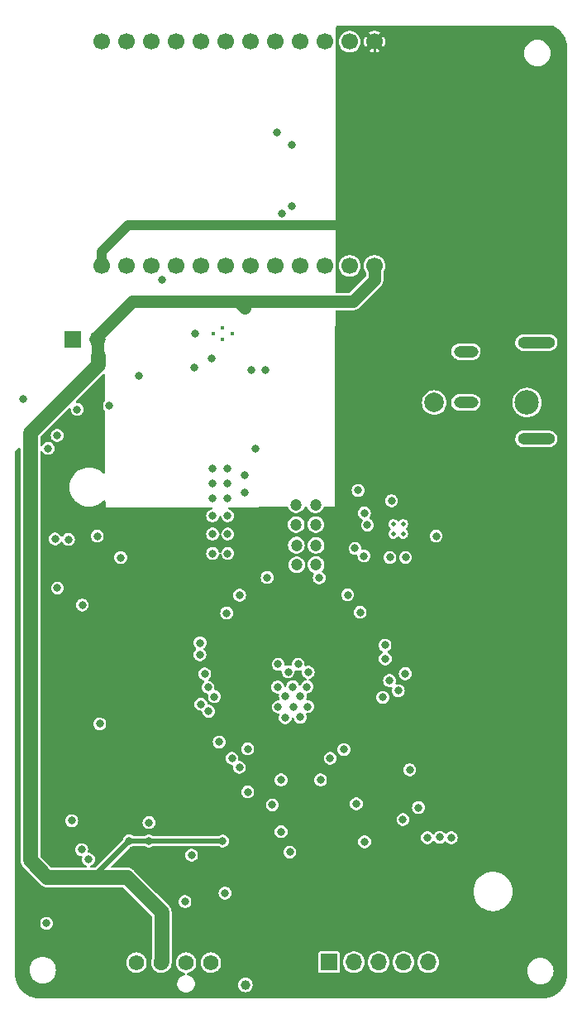
<source format=gbr>
%TF.GenerationSoftware,KiCad,Pcbnew,7.0.1*%
%TF.CreationDate,2023-10-06T09:11:46+02:00*%
%TF.ProjectId,NerdAxe_ultra,4e657264-4178-4655-9f75-6c7472612e6b,rev?*%
%TF.SameCoordinates,Original*%
%TF.FileFunction,Copper,L3,Inr*%
%TF.FilePolarity,Positive*%
%FSLAX46Y46*%
G04 Gerber Fmt 4.6, Leading zero omitted, Abs format (unit mm)*
G04 Created by KiCad (PCBNEW 7.0.1) date 2023-10-06 09:11:46*
%MOMM*%
%LPD*%
G01*
G04 APERTURE LIST*
%TA.AperFunction,ComponentPad*%
%ADD10C,0.500000*%
%TD*%
%TA.AperFunction,ComponentPad*%
%ADD11C,0.400000*%
%TD*%
%TA.AperFunction,ComponentPad*%
%ADD12C,1.574800*%
%TD*%
%TA.AperFunction,ComponentPad*%
%ADD13R,1.700000X1.700000*%
%TD*%
%TA.AperFunction,ComponentPad*%
%ADD14O,1.700000X1.700000*%
%TD*%
%TA.AperFunction,ComponentPad*%
%ADD15C,1.700000*%
%TD*%
%TA.AperFunction,ComponentPad*%
%ADD16C,2.500000*%
%TD*%
%TA.AperFunction,ComponentPad*%
%ADD17O,3.800000X1.200000*%
%TD*%
%TA.AperFunction,ComponentPad*%
%ADD18O,2.500000X1.200000*%
%TD*%
%TA.AperFunction,ComponentPad*%
%ADD19C,2.000000*%
%TD*%
%TA.AperFunction,ViaPad*%
%ADD20C,0.800000*%
%TD*%
%TA.AperFunction,ViaPad*%
%ADD21C,1.000000*%
%TD*%
%TA.AperFunction,ViaPad*%
%ADD22C,1.200000*%
%TD*%
%TA.AperFunction,Conductor*%
%ADD23C,1.500000*%
%TD*%
%TA.AperFunction,Conductor*%
%ADD24C,0.508000*%
%TD*%
%TA.AperFunction,Conductor*%
%ADD25C,1.270000*%
%TD*%
%TA.AperFunction,Conductor*%
%ADD26C,0.254000*%
%TD*%
%TA.AperFunction,Conductor*%
%ADD27C,1.000000*%
%TD*%
G04 APERTURE END LIST*
D10*
%TO.N,GND*%
%TO.C,U2*%
X116922000Y-98765000D03*
X116922000Y-99765000D03*
X115922000Y-99765000D03*
X115922000Y-98765000D03*
%TD*%
D11*
%TO.N,GND*%
%TO.C,U9*%
X98446291Y-78725000D03*
X99396291Y-79300000D03*
X97496291Y-79300000D03*
X98446291Y-79875000D03*
%TD*%
D12*
%TO.N,GND*%
%TO.C,J4*%
X89621000Y-143622000D03*
%TO.N,/5V*%
X92161000Y-143622000D03*
%TO.N,/Fan/FAN_TACH*%
X94701000Y-143622000D03*
%TO.N,/Fan/FAN_PWM*%
X97241000Y-143622000D03*
%TD*%
D13*
%TO.N,/VIN*%
%TO.C,J7*%
X83099400Y-79900000D03*
D14*
%TO.N,/5V*%
X85639400Y-79900000D03*
%TD*%
D13*
%TO.N,/BM1366/1V8*%
%TO.C,J3*%
X109350000Y-143580000D03*
D14*
%TO.N,/BM1366/CI*%
X111890000Y-143580000D03*
%TO.N,/BM1366/RO*%
X114430000Y-143580000D03*
%TO.N,/BM1366/RST_N*%
X116970000Y-143580000D03*
%TO.N,GND*%
X119510000Y-143580000D03*
%TD*%
D15*
%TO.N,/3V3*%
%TO.C,U3*%
X86060000Y-72360000D03*
%TO.N,/RST*%
X88600000Y-72360000D03*
%TO.N,/VDD*%
X91140000Y-72360000D03*
%TO.N,unconnected-(U3-GPIO3-Pad4)*%
X93680000Y-72360000D03*
%TO.N,unconnected-(U3-GPIO10-Pad5)*%
X96220000Y-72360000D03*
%TO.N,/Power/PGOOD*%
X98760000Y-72360000D03*
%TO.N,unconnected-(U3-GPIO12-Pad7)*%
X101300000Y-72360000D03*
%TO.N,unconnected-(U3-GPIO13-Pad8)*%
X103840000Y-72360000D03*
%TO.N,unconnected-(U3-NC-Pad9)*%
X106380000Y-72360000D03*
%TO.N,unconnected-(U3-NC-Pad10)*%
X108920000Y-72360000D03*
%TO.N,GND*%
X111460000Y-72360000D03*
%TO.N,/5V*%
X114000000Y-72360000D03*
%TO.N,/3V3*%
X114000000Y-49440000D03*
%TO.N,GND*%
X111460000Y-49440000D03*
X108920000Y-49440000D03*
%TO.N,unconnected-(U3-NC-Pad16)*%
X106380000Y-49440000D03*
%TO.N,unconnected-(U3-GPIO16-Pad17)*%
X103840000Y-49440000D03*
%TO.N,unconnected-(U3-GPIO21-Pad18)*%
X101300000Y-49440000D03*
%TO.N,/TX*%
X98760000Y-49440000D03*
%TO.N,/RX*%
X96220000Y-49440000D03*
%TO.N,/SDA*%
X93680000Y-49440000D03*
%TO.N,/SCL*%
X91140000Y-49440000D03*
%TO.N,GND*%
X88600000Y-49440000D03*
X86060000Y-49440000D03*
%TD*%
D16*
%TO.N,*%
%TO.C,DC1*%
X129609000Y-86336000D03*
D17*
%TO.N,GND*%
X130569000Y-80206000D03*
D18*
X123359000Y-81136000D03*
X123359000Y-86336000D03*
D19*
%TO.N,/VIN*%
X120109000Y-86336000D03*
D17*
%TO.N,GND*%
X130569000Y-90066000D03*
%TD*%
D20*
%TO.N,GND*%
X80410000Y-139600000D03*
X77987800Y-85990000D03*
X116910000Y-128990000D03*
X97419400Y-101778600D03*
X112980000Y-131260000D03*
X101377600Y-83045800D03*
X97419400Y-96157200D03*
X100679400Y-95548600D03*
X106396000Y-118533000D03*
X97419400Y-93108600D03*
X98959400Y-93108600D03*
X104082000Y-115436000D03*
X98682000Y-136516000D03*
X86842800Y-86675000D03*
X98959400Y-101778600D03*
X106408000Y-116351000D03*
X95645200Y-79309200D03*
D21*
X100765000Y-145890000D03*
D20*
X97419400Y-94588600D03*
X92200000Y-73800000D03*
X105673000Y-117442000D03*
X80559400Y-91040000D03*
X97419400Y-97928600D03*
X81520055Y-105309945D03*
X98959400Y-99798600D03*
X117602000Y-123903000D03*
X104855000Y-118563000D03*
X104132000Y-117472000D03*
X98959400Y-94588600D03*
X97419400Y-99798600D03*
X112922500Y-102037000D03*
X107144000Y-117442000D03*
X90897000Y-129309000D03*
X112318000Y-95325000D03*
X105623000Y-115406000D03*
X98959400Y-97928600D03*
X104867000Y-116381000D03*
X105330000Y-132320000D03*
X104430000Y-130240000D03*
X98959400Y-96157200D03*
X115573700Y-102188000D03*
X120310000Y-100000000D03*
X83001194Y-129118806D03*
X88000000Y-102200000D03*
X84070000Y-107050000D03*
X95260000Y-132630000D03*
X107094000Y-115406000D03*
X100679400Y-93800000D03*
%TO.N,/BM1366/1V8*%
X101015000Y-126170000D03*
X115737362Y-96385646D03*
X118490000Y-127770000D03*
X117172000Y-102173000D03*
X112130000Y-127390000D03*
X109458000Y-122723000D03*
X101015000Y-121775000D03*
%TO.N,/BM1366/VDD4_0*%
X115099642Y-112550642D03*
%TO.N,/VDD*%
X103000000Y-104240000D03*
X105152000Y-113890000D03*
D22*
X107969400Y-98818600D03*
X108009400Y-100948600D03*
D20*
X104126000Y-113110000D03*
X108330000Y-104270000D03*
X107204000Y-113920000D03*
D22*
X108009400Y-102918600D03*
D20*
X106178000Y-113110000D03*
D22*
X105979400Y-98818600D03*
X105979400Y-96778600D03*
X107949400Y-96798600D03*
X106029400Y-102948600D03*
X105999400Y-100928600D03*
D20*
%TO.N,/5V*%
X88883000Y-131168000D03*
X100714600Y-76647800D03*
X94580000Y-137390000D03*
X90881000Y-131182000D03*
X98450000Y-131200000D03*
%TO.N,/3V3*%
X114010000Y-95176000D03*
X83800000Y-91100000D03*
X98662000Y-137914100D03*
X110750000Y-82000000D03*
X117172000Y-96434000D03*
X80676100Y-129980000D03*
X82880000Y-132350000D03*
X85260000Y-101250000D03*
X83700000Y-88900000D03*
%TO.N,/TX*%
X105500000Y-60000000D03*
X105500000Y-66250000D03*
%TO.N,/RX*%
X104500000Y-67000000D03*
X104000000Y-58750000D03*
%TO.N,/BM1366/VDD3_0*%
X115070000Y-111160000D03*
%TO.N,/BM1366/VDD2_0*%
X112530000Y-107800000D03*
%TO.N,/BM1366/MODE_OUT*%
X110862000Y-121832000D03*
%TO.N,/TEMP_N*%
X119411500Y-130842500D03*
%TO.N,/TEMP_P*%
X120680000Y-130802000D03*
%TO.N,/SCL*%
X81280000Y-100290000D03*
X84010000Y-132070000D03*
X81500000Y-89700000D03*
%TO.N,/Power/OUT0*%
X85600000Y-100000000D03*
X89829400Y-83588600D03*
%TO.N,/BM1366/0V8*%
X108468000Y-124939000D03*
X100155000Y-123661000D03*
X104431000Y-124939000D03*
X103530000Y-127490000D03*
%TO.N,/BM1366/VDD1_0*%
X111250000Y-106010000D03*
%TO.N,/BM1366/VDD1_1*%
X100180000Y-106040000D03*
%TO.N,/BM1366/VDD2_1*%
X98850000Y-107880000D03*
%TO.N,/BM1366/MODE_0*%
X98090000Y-121060000D03*
%TO.N,/BM1366/VDD3_1*%
X96130000Y-110920000D03*
%TO.N,/BM1366/VDD4_1*%
X96109000Y-112124000D03*
%TO.N,/BM1366/CI*%
X121860400Y-130850000D03*
X113272599Y-98869299D03*
%TO.N,/BM1366/RO*%
X112962000Y-97645000D03*
X116428000Y-115817000D03*
%TO.N,/BM1366/RST_N*%
X117148868Y-114071132D03*
X112000000Y-101250000D03*
%TO.N,Net-(Q1-G)*%
X97277600Y-81845800D03*
X95577600Y-82745800D03*
%TO.N,Net-(Q2-G)*%
X101810000Y-91090000D03*
X102800000Y-83000000D03*
%TO.N,/BM1366/RI*%
X97600000Y-116430000D03*
%TO.N,/BM1366/CLKI*%
X114844000Y-116495900D03*
%TO.N,/BM1366/NRSTO*%
X96610000Y-114090000D03*
%TO.N,/BM1366/BO*%
X96950000Y-115460000D03*
%TO.N,/BM1366/CLKO*%
X96220000Y-117200000D03*
%TO.N,/BM1366/CO*%
X97010000Y-117920000D03*
%TO.N,/BM1366/MODE_1*%
X99393000Y-122727000D03*
%TO.N,/SDA*%
X84702648Y-133065000D03*
X83551542Y-87051542D03*
X82660000Y-100350000D03*
%TO.N,/BM1366/BI*%
X115540000Y-114780000D03*
%TO.N,/BM1366/NC*%
X85860000Y-119200000D03*
%TD*%
D23*
%TO.N,/5V*%
X80505000Y-134922000D02*
X85737000Y-134922000D01*
D24*
X85750000Y-134294000D02*
X85750000Y-134909000D01*
X85750000Y-134909000D02*
X85737000Y-134922000D01*
D23*
X92161000Y-143622000D02*
X92207000Y-143576000D01*
D25*
X100066800Y-76000000D02*
X111800000Y-76000000D01*
D23*
X92207000Y-138468000D02*
X88661000Y-134922000D01*
D25*
X100066800Y-76000000D02*
X100714600Y-76647800D01*
X85639400Y-81539400D02*
X85639400Y-79560600D01*
D24*
X88844000Y-131200000D02*
X85750000Y-134294000D01*
D23*
X85700000Y-81600000D02*
X85700000Y-82500000D01*
X78750000Y-133167000D02*
X80505000Y-134922000D01*
X85700000Y-82500000D02*
X78750000Y-89450000D01*
D25*
X89200000Y-76000000D02*
X100066800Y-76000000D01*
X85700000Y-81600000D02*
X85639400Y-81539400D01*
X111800000Y-76000000D02*
X114000000Y-73800000D01*
D24*
X98450000Y-131200000D02*
X88844000Y-131200000D01*
D25*
X114000000Y-73800000D02*
X114000000Y-72360000D01*
D23*
X92207000Y-143576000D02*
X92207000Y-138468000D01*
X88661000Y-134922000D02*
X85737000Y-134922000D01*
D25*
X85639400Y-79560600D02*
X89200000Y-76000000D01*
D23*
X78750000Y-89450000D02*
X78750000Y-133167000D01*
D24*
%TO.N,/3V3*%
X82000000Y-96900000D02*
X82000000Y-92800000D01*
X117172000Y-95422000D02*
X115250000Y-93500000D01*
X85260000Y-101250000D02*
X85260000Y-101060000D01*
D26*
X110750000Y-82000000D02*
X112250000Y-82000000D01*
D27*
X115200000Y-64800000D02*
X115200000Y-52800000D01*
D24*
X84300000Y-100100000D02*
X84300000Y-98600000D01*
D26*
X114010000Y-94740000D02*
X115250000Y-93500000D01*
D27*
X88800000Y-68200000D02*
X111800000Y-68200000D01*
X115200000Y-52800000D02*
X114600000Y-52200000D01*
D26*
X114600000Y-52200000D02*
X114000000Y-51600000D01*
D24*
X82600000Y-96900000D02*
X82000000Y-96900000D01*
D27*
X111800000Y-68200000D02*
X115200000Y-64800000D01*
D24*
X85260000Y-101060000D02*
X84300000Y-100100000D01*
D27*
X86060000Y-70940000D02*
X87600000Y-69400000D01*
D24*
X84300000Y-98600000D02*
X82600000Y-96900000D01*
X83800000Y-89000000D02*
X83700000Y-88900000D01*
X82000000Y-92800000D02*
X83700000Y-91100000D01*
X83700000Y-91100000D02*
X83800000Y-91100000D01*
D26*
X115250000Y-85000000D02*
X115250000Y-93500000D01*
X114000000Y-51600000D02*
X114000000Y-49440000D01*
D24*
X117172000Y-96434000D02*
X117172000Y-95422000D01*
D27*
X86060000Y-72360000D02*
X86060000Y-70940000D01*
D24*
X83800000Y-91100000D02*
X83800000Y-89000000D01*
D27*
X87600000Y-69400000D02*
X88800000Y-68200000D01*
D26*
X114010000Y-95176000D02*
X114010000Y-94740000D01*
X112250000Y-82000000D02*
X115250000Y-85000000D01*
%TD*%
%TA.AperFunction,Conductor*%
%TO.N,/3V3*%
G36*
X132369355Y-47815721D02*
G01*
X132456302Y-47863775D01*
X132460533Y-47866222D01*
X132558893Y-47925683D01*
X132580926Y-47939002D01*
X132588638Y-47944059D01*
X132703509Y-48025564D01*
X132708285Y-48029127D01*
X132818702Y-48115633D01*
X132824955Y-48120867D01*
X132930086Y-48214817D01*
X132935222Y-48219673D01*
X133034325Y-48318776D01*
X133039181Y-48323912D01*
X133133131Y-48429043D01*
X133138365Y-48435296D01*
X133224871Y-48545713D01*
X133228447Y-48550506D01*
X133309929Y-48665344D01*
X133314996Y-48673072D01*
X133387780Y-48793470D01*
X133390216Y-48797682D01*
X133415940Y-48844226D01*
X133458120Y-48920547D01*
X133462740Y-48929781D01*
X133520821Y-49058830D01*
X133522330Y-49062324D01*
X133575719Y-49191214D01*
X133579606Y-49201948D01*
X133622215Y-49338688D01*
X133622996Y-49341292D01*
X133661153Y-49473738D01*
X133664013Y-49485907D01*
X133690570Y-49630822D01*
X133690854Y-49632428D01*
X133713257Y-49764284D01*
X133714807Y-49777782D01*
X133724990Y-49946127D01*
X133725022Y-49946669D01*
X133731302Y-50058473D01*
X133731500Y-50065539D01*
X133731500Y-144740461D01*
X133731302Y-144747527D01*
X133725022Y-144859329D01*
X133724990Y-144859871D01*
X133714807Y-145028216D01*
X133713257Y-145041714D01*
X133690854Y-145173570D01*
X133690570Y-145175176D01*
X133664013Y-145320091D01*
X133661153Y-145332260D01*
X133622996Y-145464706D01*
X133622215Y-145467310D01*
X133579606Y-145604050D01*
X133575719Y-145614784D01*
X133522330Y-145743674D01*
X133520821Y-145747168D01*
X133462740Y-145876217D01*
X133458120Y-145885451D01*
X133390231Y-146008290D01*
X133387780Y-146012528D01*
X133314996Y-146132926D01*
X133309929Y-146140654D01*
X133228447Y-146255492D01*
X133224871Y-146260285D01*
X133138365Y-146370702D01*
X133133131Y-146376955D01*
X133039181Y-146482086D01*
X133034325Y-146487222D01*
X132935222Y-146586325D01*
X132930086Y-146591181D01*
X132824955Y-146685131D01*
X132818702Y-146690365D01*
X132708285Y-146776871D01*
X132703492Y-146780447D01*
X132588654Y-146861929D01*
X132580926Y-146866996D01*
X132460528Y-146939780D01*
X132456290Y-146942231D01*
X132333451Y-147010120D01*
X132324217Y-147014740D01*
X132195168Y-147072821D01*
X132191674Y-147074330D01*
X132062784Y-147127719D01*
X132052050Y-147131606D01*
X131915310Y-147174215D01*
X131912706Y-147174996D01*
X131780260Y-147213153D01*
X131768091Y-147216013D01*
X131623176Y-147242570D01*
X131621570Y-147242854D01*
X131489714Y-147265257D01*
X131476216Y-147266807D01*
X131307871Y-147276990D01*
X131307329Y-147277022D01*
X131201992Y-147282938D01*
X131195524Y-147283302D01*
X131188461Y-147283500D01*
X79732539Y-147283500D01*
X79725475Y-147283302D01*
X79718383Y-147282903D01*
X79613669Y-147277022D01*
X79613127Y-147276990D01*
X79444782Y-147266807D01*
X79431284Y-147265257D01*
X79299428Y-147242854D01*
X79297822Y-147242570D01*
X79152907Y-147216013D01*
X79140738Y-147213153D01*
X79008292Y-147174996D01*
X79005688Y-147174215D01*
X78868948Y-147131606D01*
X78858214Y-147127719D01*
X78729324Y-147074330D01*
X78725830Y-147072821D01*
X78596781Y-147014740D01*
X78587547Y-147010120D01*
X78511226Y-146967940D01*
X78464682Y-146942216D01*
X78460470Y-146939780D01*
X78340072Y-146866996D01*
X78332344Y-146861929D01*
X78217506Y-146780447D01*
X78212713Y-146776871D01*
X78102296Y-146690365D01*
X78096043Y-146685131D01*
X77990912Y-146591181D01*
X77985776Y-146586325D01*
X77886673Y-146487222D01*
X77881817Y-146482086D01*
X77787867Y-146376955D01*
X77782633Y-146370702D01*
X77696127Y-146260285D01*
X77692564Y-146255509D01*
X77611059Y-146140638D01*
X77606002Y-146132926D01*
X77533194Y-146012487D01*
X77530802Y-146008350D01*
X77462878Y-145885451D01*
X77458258Y-145876217D01*
X77456685Y-145872723D01*
X77400157Y-145747122D01*
X77398668Y-145743674D01*
X77361483Y-145653903D01*
X77345275Y-145614774D01*
X77341400Y-145604072D01*
X77298779Y-145467297D01*
X77298002Y-145464706D01*
X77284142Y-145416597D01*
X77259842Y-145332250D01*
X77256988Y-145320104D01*
X77230407Y-145175061D01*
X77230164Y-145173684D01*
X77207740Y-145041707D01*
X77206191Y-145028216D01*
X77195996Y-144859675D01*
X77189697Y-144747525D01*
X77189500Y-144740462D01*
X77189500Y-144380000D01*
X78664341Y-144380000D01*
X78684937Y-144615409D01*
X78746096Y-144843662D01*
X78845965Y-145057829D01*
X78981507Y-145251404D01*
X79148595Y-145418492D01*
X79148598Y-145418494D01*
X79148599Y-145418495D01*
X79342171Y-145554035D01*
X79556337Y-145653903D01*
X79784592Y-145715063D01*
X79961034Y-145730500D01*
X80078960Y-145730500D01*
X80078966Y-145730500D01*
X80255408Y-145715063D01*
X80483663Y-145653903D01*
X80697829Y-145554035D01*
X80891401Y-145418495D01*
X81058495Y-145251401D01*
X81194035Y-145057830D01*
X81293903Y-144843663D01*
X81355063Y-144615408D01*
X81375659Y-144380000D01*
X81355063Y-144144592D01*
X81293903Y-143916337D01*
X81194035Y-143702171D01*
X81137899Y-143622000D01*
X88574058Y-143622000D01*
X88594175Y-143826248D01*
X88653752Y-144022645D01*
X88750501Y-144203652D01*
X88880700Y-144362299D01*
X89039347Y-144492498D01*
X89039351Y-144492500D01*
X89220353Y-144589247D01*
X89300252Y-144613484D01*
X89416751Y-144648824D01*
X89621000Y-144668941D01*
X89825248Y-144648824D01*
X90021647Y-144589247D01*
X90202649Y-144492500D01*
X90202650Y-144492498D01*
X90202652Y-144492498D01*
X90361299Y-144362299D01*
X90491498Y-144203652D01*
X90512727Y-144163935D01*
X90588247Y-144022647D01*
X90647824Y-143826248D01*
X90667941Y-143622000D01*
X90647824Y-143417752D01*
X90588247Y-143221353D01*
X90491500Y-143040351D01*
X90491498Y-143040347D01*
X90361299Y-142881700D01*
X90202652Y-142751501D01*
X90021645Y-142654752D01*
X89825248Y-142595175D01*
X89621000Y-142575058D01*
X89416751Y-142595175D01*
X89220354Y-142654752D01*
X89039347Y-142751501D01*
X88880700Y-142881700D01*
X88750501Y-143040347D01*
X88653752Y-143221354D01*
X88594175Y-143417751D01*
X88574058Y-143622000D01*
X81137899Y-143622000D01*
X81058495Y-143508599D01*
X81058494Y-143508598D01*
X81058492Y-143508595D01*
X80891404Y-143341507D01*
X80697829Y-143205965D01*
X80483662Y-143106096D01*
X80255409Y-143044937D01*
X80230201Y-143042731D01*
X80078966Y-143029500D01*
X79961034Y-143029500D01*
X79837055Y-143040347D01*
X79784590Y-143044937D01*
X79556337Y-143106096D01*
X79342170Y-143205965D01*
X79148595Y-143341507D01*
X78981507Y-143508595D01*
X78845965Y-143702169D01*
X78746096Y-143916336D01*
X78684937Y-144144590D01*
X78664341Y-144380000D01*
X77189500Y-144380000D01*
X77189500Y-139600000D01*
X79750693Y-139600000D01*
X79769850Y-139757780D01*
X79826212Y-139906394D01*
X79826213Y-139906395D01*
X79916502Y-140037201D01*
X80035471Y-140142599D01*
X80176207Y-140216463D01*
X80330529Y-140254500D01*
X80489469Y-140254500D01*
X80489471Y-140254500D01*
X80643793Y-140216463D01*
X80784529Y-140142599D01*
X80903498Y-140037201D01*
X80993787Y-139906395D01*
X81050149Y-139757782D01*
X81069307Y-139600000D01*
X81050149Y-139442218D01*
X80993787Y-139293605D01*
X80903498Y-139162799D01*
X80784529Y-139057401D01*
X80643793Y-138983537D01*
X80489471Y-138945500D01*
X80330529Y-138945500D01*
X80176207Y-138983537D01*
X80176206Y-138983537D01*
X80176204Y-138983538D01*
X80035472Y-139057400D01*
X79916501Y-139162799D01*
X79826212Y-139293605D01*
X79769850Y-139442219D01*
X79750693Y-139600000D01*
X77189500Y-139600000D01*
X77189500Y-91381045D01*
X77199334Y-91332246D01*
X77227300Y-91291063D01*
X77531300Y-90993082D01*
X77581524Y-90962923D01*
X77639957Y-90958736D01*
X77693968Y-90981425D01*
X77731881Y-91026086D01*
X77745500Y-91083064D01*
X77745500Y-133152685D01*
X77745460Y-133155877D01*
X77743235Y-133243670D01*
X77753673Y-133301910D01*
X77755002Y-133311389D01*
X77760987Y-133370244D01*
X77770103Y-133399301D01*
X77773903Y-133414784D01*
X77779276Y-133444757D01*
X77801221Y-133499693D01*
X77804432Y-133508713D01*
X77822146Y-133565171D01*
X77836921Y-133591791D01*
X77843761Y-133606194D01*
X77855060Y-133634478D01*
X77887619Y-133683881D01*
X77892570Y-133692052D01*
X77910868Y-133725017D01*
X77921294Y-133743801D01*
X77941123Y-133766899D01*
X77950726Y-133779635D01*
X77967482Y-133805059D01*
X78009320Y-133846898D01*
X78015805Y-133853894D01*
X78054364Y-133898809D01*
X78072238Y-133912644D01*
X78078444Y-133917448D01*
X78090414Y-133927991D01*
X79784579Y-135622157D01*
X79786808Y-135624442D01*
X79847323Y-135688104D01*
X79895875Y-135721897D01*
X79903520Y-135727661D01*
X79949380Y-135765055D01*
X79976369Y-135779152D01*
X79990001Y-135787410D01*
X80015000Y-135804810D01*
X80069301Y-135828112D01*
X80069369Y-135828141D01*
X80078019Y-135832249D01*
X80130460Y-135859642D01*
X80159739Y-135868019D01*
X80174747Y-135873362D01*
X80202739Y-135885375D01*
X80260702Y-135897287D01*
X80269990Y-135899567D01*
X80277892Y-135901828D01*
X80326873Y-135915843D01*
X80357228Y-135918154D01*
X80373020Y-135920369D01*
X80402852Y-135926500D01*
X80462025Y-135926500D01*
X80471592Y-135926863D01*
X80530578Y-135931356D01*
X80560776Y-135927510D01*
X80576695Y-135926500D01*
X85634852Y-135926500D01*
X85787940Y-135926500D01*
X88192733Y-135926500D01*
X88240951Y-135936091D01*
X88281828Y-135963405D01*
X91165595Y-138847173D01*
X91192909Y-138888050D01*
X91202500Y-138936268D01*
X91202500Y-143173828D01*
X91197074Y-143210404D01*
X91134175Y-143417751D01*
X91114058Y-143622000D01*
X91134175Y-143826248D01*
X91193752Y-144022645D01*
X91290501Y-144203652D01*
X91420700Y-144362299D01*
X91579347Y-144492498D01*
X91579351Y-144492500D01*
X91760353Y-144589247D01*
X91840252Y-144613484D01*
X91956751Y-144648824D01*
X92161000Y-144668941D01*
X92365248Y-144648824D01*
X92561647Y-144589247D01*
X92742649Y-144492500D01*
X92742650Y-144492498D01*
X92742652Y-144492498D01*
X92901299Y-144362299D01*
X93031498Y-144203652D01*
X93052727Y-144163935D01*
X93128247Y-144022647D01*
X93187824Y-143826248D01*
X93190705Y-143796992D01*
X93194959Y-143774688D01*
X93200843Y-143754127D01*
X93203154Y-143723772D01*
X93205370Y-143707973D01*
X93206563Y-143702171D01*
X93211500Y-143678148D01*
X93211500Y-143622000D01*
X93654058Y-143622000D01*
X93674175Y-143826248D01*
X93733752Y-144022645D01*
X93830501Y-144203652D01*
X93960700Y-144362299D01*
X94119347Y-144492498D01*
X94119351Y-144492500D01*
X94300353Y-144589247D01*
X94496752Y-144648824D01*
X94500224Y-144649166D01*
X94557748Y-144669707D01*
X94598852Y-144714891D01*
X94613875Y-144774098D01*
X94599286Y-144833414D01*
X94558513Y-144878897D01*
X94524758Y-144891229D01*
X94525820Y-144894497D01*
X94513226Y-144898588D01*
X94513225Y-144898589D01*
X94485578Y-144907571D01*
X94333656Y-144956933D01*
X94170141Y-145051339D01*
X94029831Y-145177675D01*
X93918852Y-145330425D01*
X93842055Y-145502912D01*
X93831189Y-145554034D01*
X93802800Y-145687596D01*
X93802800Y-145876406D01*
X93842055Y-146061089D01*
X93918851Y-146233575D01*
X94023022Y-146376955D01*
X94029831Y-146386326D01*
X94170141Y-146512662D01*
X94333656Y-146607068D01*
X94404961Y-146630236D01*
X94513225Y-146665413D01*
X94653923Y-146680201D01*
X94748074Y-146680201D01*
X94748077Y-146680201D01*
X94888775Y-146665413D01*
X95068343Y-146607068D01*
X95231857Y-146512663D01*
X95372170Y-146386325D01*
X95483149Y-146233575D01*
X95559945Y-146061089D01*
X95596311Y-145890000D01*
X100005726Y-145890000D01*
X100024763Y-146058956D01*
X100037409Y-146095095D01*
X100080918Y-146219437D01*
X100103573Y-146255492D01*
X100171377Y-146363402D01*
X100291597Y-146483622D01*
X100291599Y-146483623D01*
X100291600Y-146483624D01*
X100435563Y-146574082D01*
X100596046Y-146630237D01*
X100765000Y-146649274D01*
X100933954Y-146630237D01*
X101094437Y-146574082D01*
X101238400Y-146483624D01*
X101358624Y-146363400D01*
X101449082Y-146219437D01*
X101505237Y-146058954D01*
X101524274Y-145890000D01*
X101505237Y-145721046D01*
X101449082Y-145560563D01*
X101358624Y-145416600D01*
X101358623Y-145416599D01*
X101358622Y-145416597D01*
X101238402Y-145296377D01*
X101196647Y-145270141D01*
X101094437Y-145205918D01*
X101040942Y-145187199D01*
X100933956Y-145149763D01*
X100765000Y-145130726D01*
X100596043Y-145149763D01*
X100435563Y-145205918D01*
X100291597Y-145296377D01*
X100171377Y-145416597D01*
X100080918Y-145560563D01*
X100024763Y-145721043D01*
X100005726Y-145890000D01*
X95596311Y-145890000D01*
X95599200Y-145876406D01*
X95599200Y-145687596D01*
X95559945Y-145502913D01*
X95483149Y-145330427D01*
X95372170Y-145177677D01*
X95372168Y-145177675D01*
X95231858Y-145051339D01*
X95068343Y-144956933D01*
X94926099Y-144910716D01*
X94888775Y-144898589D01*
X94888773Y-144898588D01*
X94876180Y-144894497D01*
X94877241Y-144891228D01*
X94843495Y-144878903D01*
X94802717Y-144833421D01*
X94788124Y-144774105D01*
X94803145Y-144714895D01*
X94844250Y-144669708D01*
X94901775Y-144649166D01*
X94905248Y-144648824D01*
X95101647Y-144589247D01*
X95282649Y-144492500D01*
X95282650Y-144492498D01*
X95282652Y-144492498D01*
X95441299Y-144362299D01*
X95571498Y-144203652D01*
X95592727Y-144163935D01*
X95668247Y-144022647D01*
X95727824Y-143826248D01*
X95747941Y-143622000D01*
X96194058Y-143622000D01*
X96214175Y-143826248D01*
X96273752Y-144022645D01*
X96370501Y-144203652D01*
X96500700Y-144362299D01*
X96659347Y-144492498D01*
X96659351Y-144492500D01*
X96840353Y-144589247D01*
X96920252Y-144613484D01*
X97036751Y-144648824D01*
X97241000Y-144668941D01*
X97445248Y-144648824D01*
X97641647Y-144589247D01*
X97822649Y-144492500D01*
X97822650Y-144492498D01*
X97822652Y-144492498D01*
X97868260Y-144455068D01*
X108245500Y-144455068D01*
X108260265Y-144529300D01*
X108316515Y-144613484D01*
X108366506Y-144646887D01*
X108400699Y-144669734D01*
X108474933Y-144684500D01*
X110225066Y-144684499D01*
X110225068Y-144684499D01*
X110274555Y-144674655D01*
X110299301Y-144669734D01*
X110383484Y-144613484D01*
X110439734Y-144529301D01*
X110454500Y-144455067D01*
X110454499Y-143580000D01*
X110780767Y-143580000D01*
X110799654Y-143783819D01*
X110855672Y-143980702D01*
X110946910Y-144163933D01*
X110976905Y-144203652D01*
X111070268Y-144327285D01*
X111221538Y-144465186D01*
X111395573Y-144572944D01*
X111586444Y-144646888D01*
X111787653Y-144684500D01*
X111992345Y-144684500D01*
X111992347Y-144684500D01*
X112193556Y-144646888D01*
X112384427Y-144572944D01*
X112558462Y-144465186D01*
X112709732Y-144327285D01*
X112833088Y-144163935D01*
X112924328Y-143980701D01*
X112980345Y-143783821D01*
X112999232Y-143580000D01*
X113320767Y-143580000D01*
X113339654Y-143783819D01*
X113395672Y-143980702D01*
X113486910Y-144163933D01*
X113516905Y-144203652D01*
X113610268Y-144327285D01*
X113761538Y-144465186D01*
X113935573Y-144572944D01*
X114126444Y-144646888D01*
X114327653Y-144684500D01*
X114532345Y-144684500D01*
X114532347Y-144684500D01*
X114733556Y-144646888D01*
X114924427Y-144572944D01*
X115098462Y-144465186D01*
X115249732Y-144327285D01*
X115373088Y-144163935D01*
X115464328Y-143980701D01*
X115520345Y-143783821D01*
X115539232Y-143580000D01*
X115860767Y-143580000D01*
X115879654Y-143783819D01*
X115935672Y-143980702D01*
X116026910Y-144163933D01*
X116056905Y-144203652D01*
X116150268Y-144327285D01*
X116301538Y-144465186D01*
X116475573Y-144572944D01*
X116666444Y-144646888D01*
X116867653Y-144684500D01*
X117072345Y-144684500D01*
X117072347Y-144684500D01*
X117273556Y-144646888D01*
X117464427Y-144572944D01*
X117638462Y-144465186D01*
X117789732Y-144327285D01*
X117913088Y-144163935D01*
X118004328Y-143980701D01*
X118060345Y-143783821D01*
X118079232Y-143580000D01*
X118400767Y-143580000D01*
X118419654Y-143783819D01*
X118475672Y-143980702D01*
X118566910Y-144163933D01*
X118596905Y-144203652D01*
X118690268Y-144327285D01*
X118841538Y-144465186D01*
X119015573Y-144572944D01*
X119206444Y-144646888D01*
X119407653Y-144684500D01*
X119612345Y-144684500D01*
X119612347Y-144684500D01*
X119813556Y-144646888D01*
X120004427Y-144572944D01*
X120170689Y-144469999D01*
X129624341Y-144469999D01*
X129644937Y-144705409D01*
X129706096Y-144933662D01*
X129805965Y-145147829D01*
X129941507Y-145341404D01*
X130108595Y-145508492D01*
X130108598Y-145508494D01*
X130108599Y-145508495D01*
X130302171Y-145644035D01*
X130516337Y-145743903D01*
X130744592Y-145805063D01*
X130921034Y-145820500D01*
X131038960Y-145820500D01*
X131038966Y-145820500D01*
X131215408Y-145805063D01*
X131443663Y-145743903D01*
X131657829Y-145644035D01*
X131851401Y-145508495D01*
X132018495Y-145341401D01*
X132154035Y-145147830D01*
X132253903Y-144933663D01*
X132315063Y-144705408D01*
X132335659Y-144470000D01*
X132315063Y-144234592D01*
X132253903Y-144006337D01*
X132154035Y-143792171D01*
X132018495Y-143598599D01*
X132018494Y-143598598D01*
X132018492Y-143598595D01*
X131851404Y-143431507D01*
X131657829Y-143295965D01*
X131443662Y-143196096D01*
X131215409Y-143134937D01*
X131190201Y-143132731D01*
X131038966Y-143119500D01*
X130921034Y-143119500D01*
X130788702Y-143131077D01*
X130744590Y-143134937D01*
X130516337Y-143196096D01*
X130302170Y-143295965D01*
X130108595Y-143431507D01*
X129941507Y-143598595D01*
X129805965Y-143792169D01*
X129706096Y-144006336D01*
X129644937Y-144234590D01*
X129624341Y-144469999D01*
X120170689Y-144469999D01*
X120178462Y-144465186D01*
X120329732Y-144327285D01*
X120453088Y-144163935D01*
X120544328Y-143980701D01*
X120600345Y-143783821D01*
X120619232Y-143580000D01*
X120600345Y-143376179D01*
X120544328Y-143179299D01*
X120507877Y-143106096D01*
X120453089Y-142996066D01*
X120366724Y-142881701D01*
X120329732Y-142832715D01*
X120178462Y-142694814D01*
X120074913Y-142630699D01*
X120004428Y-142587056D01*
X119899779Y-142546515D01*
X119813556Y-142513112D01*
X119612347Y-142475500D01*
X119407653Y-142475500D01*
X119206443Y-142513112D01*
X119206444Y-142513112D01*
X119015571Y-142587056D01*
X118841539Y-142694813D01*
X118690267Y-142832716D01*
X118566910Y-142996066D01*
X118475672Y-143179297D01*
X118419654Y-143376180D01*
X118400767Y-143580000D01*
X118079232Y-143580000D01*
X118060345Y-143376179D01*
X118004328Y-143179299D01*
X117967877Y-143106096D01*
X117913089Y-142996066D01*
X117826724Y-142881701D01*
X117789732Y-142832715D01*
X117638462Y-142694814D01*
X117534913Y-142630699D01*
X117464428Y-142587056D01*
X117359779Y-142546515D01*
X117273556Y-142513112D01*
X117072347Y-142475500D01*
X116867653Y-142475500D01*
X116666443Y-142513112D01*
X116666444Y-142513112D01*
X116475571Y-142587056D01*
X116301539Y-142694813D01*
X116150267Y-142832716D01*
X116026910Y-142996066D01*
X115935672Y-143179297D01*
X115879654Y-143376180D01*
X115860767Y-143580000D01*
X115539232Y-143580000D01*
X115520345Y-143376179D01*
X115464328Y-143179299D01*
X115427877Y-143106096D01*
X115373089Y-142996066D01*
X115286724Y-142881701D01*
X115249732Y-142832715D01*
X115098462Y-142694814D01*
X114994913Y-142630699D01*
X114924428Y-142587056D01*
X114819779Y-142546515D01*
X114733556Y-142513112D01*
X114532347Y-142475500D01*
X114327653Y-142475500D01*
X114126443Y-142513112D01*
X114126444Y-142513112D01*
X113935571Y-142587056D01*
X113761539Y-142694813D01*
X113610267Y-142832716D01*
X113486910Y-142996066D01*
X113395672Y-143179297D01*
X113339654Y-143376180D01*
X113320767Y-143580000D01*
X112999232Y-143580000D01*
X112980345Y-143376179D01*
X112924328Y-143179299D01*
X112887877Y-143106096D01*
X112833089Y-142996066D01*
X112746724Y-142881701D01*
X112709732Y-142832715D01*
X112558462Y-142694814D01*
X112454913Y-142630699D01*
X112384428Y-142587056D01*
X112279779Y-142546515D01*
X112193556Y-142513112D01*
X111992347Y-142475500D01*
X111787653Y-142475500D01*
X111586443Y-142513112D01*
X111586444Y-142513112D01*
X111395571Y-142587056D01*
X111221539Y-142694813D01*
X111070267Y-142832716D01*
X110946910Y-142996066D01*
X110855672Y-143179297D01*
X110799654Y-143376180D01*
X110780767Y-143580000D01*
X110454499Y-143580000D01*
X110454499Y-142704934D01*
X110454499Y-142704933D01*
X110454499Y-142704931D01*
X110439734Y-142630699D01*
X110383484Y-142546515D01*
X110299301Y-142490266D01*
X110299300Y-142490265D01*
X110225066Y-142475500D01*
X108474931Y-142475500D01*
X108400699Y-142490265D01*
X108316515Y-142546515D01*
X108260266Y-142630698D01*
X108245500Y-142704933D01*
X108245500Y-144455068D01*
X97868260Y-144455068D01*
X97981299Y-144362299D01*
X98111498Y-144203652D01*
X98132727Y-144163935D01*
X98208247Y-144022647D01*
X98267824Y-143826248D01*
X98287941Y-143622000D01*
X98267824Y-143417752D01*
X98208247Y-143221353D01*
X98111500Y-143040351D01*
X98111498Y-143040347D01*
X97981299Y-142881700D01*
X97822652Y-142751501D01*
X97641645Y-142654752D01*
X97445248Y-142595175D01*
X97241000Y-142575058D01*
X97036751Y-142595175D01*
X96840354Y-142654752D01*
X96659347Y-142751501D01*
X96500700Y-142881700D01*
X96370501Y-143040347D01*
X96273752Y-143221354D01*
X96214175Y-143417751D01*
X96194058Y-143622000D01*
X95747941Y-143622000D01*
X95727824Y-143417752D01*
X95668247Y-143221353D01*
X95571500Y-143040351D01*
X95571498Y-143040347D01*
X95441299Y-142881700D01*
X95282652Y-142751501D01*
X95101645Y-142654752D01*
X94905248Y-142595175D01*
X94701000Y-142575058D01*
X94496751Y-142595175D01*
X94300354Y-142654752D01*
X94119347Y-142751501D01*
X93960700Y-142881700D01*
X93830501Y-143040347D01*
X93733752Y-143221354D01*
X93674175Y-143417751D01*
X93654058Y-143622000D01*
X93211500Y-143622000D01*
X93211500Y-143618975D01*
X93211864Y-143609407D01*
X93216356Y-143550421D01*
X93212510Y-143520224D01*
X93211500Y-143504305D01*
X93211500Y-138482315D01*
X93211540Y-138479123D01*
X93213765Y-138391332D01*
X93203327Y-138333096D01*
X93201999Y-138323637D01*
X93196012Y-138264753D01*
X93186894Y-138235694D01*
X93183094Y-138220209D01*
X93177722Y-138190238D01*
X93155774Y-138135295D01*
X93152566Y-138126287D01*
X93134853Y-138069827D01*
X93134852Y-138069825D01*
X93120074Y-138043200D01*
X93113236Y-138028803D01*
X93101940Y-138000522D01*
X93093779Y-137988139D01*
X93069378Y-137951113D01*
X93064417Y-137942926D01*
X93058685Y-137932599D01*
X93035708Y-137891202D01*
X93035705Y-137891198D01*
X93015877Y-137868101D01*
X93006273Y-137855364D01*
X92989516Y-137829938D01*
X92947691Y-137788113D01*
X92941183Y-137781091D01*
X92902638Y-137736192D01*
X92878554Y-137717550D01*
X92866584Y-137707007D01*
X92549576Y-137389999D01*
X93920693Y-137389999D01*
X93939850Y-137547780D01*
X93996212Y-137696394D01*
X94054674Y-137781091D01*
X94086502Y-137827201D01*
X94205471Y-137932599D01*
X94346207Y-138006463D01*
X94500529Y-138044500D01*
X94659469Y-138044500D01*
X94659471Y-138044500D01*
X94813793Y-138006463D01*
X94954529Y-137932599D01*
X95073498Y-137827201D01*
X95163787Y-137696395D01*
X95220149Y-137547782D01*
X95239307Y-137390000D01*
X95220149Y-137232218D01*
X95163787Y-137083605D01*
X95073498Y-136952799D01*
X94954529Y-136847401D01*
X94813793Y-136773537D01*
X94659471Y-136735500D01*
X94500529Y-136735500D01*
X94346207Y-136773537D01*
X94346206Y-136773537D01*
X94346204Y-136773538D01*
X94205472Y-136847400D01*
X94086501Y-136952799D01*
X93996212Y-137083605D01*
X93939850Y-137232219D01*
X93920693Y-137389999D01*
X92549576Y-137389999D01*
X91675576Y-136515999D01*
X98022693Y-136515999D01*
X98041850Y-136673780D01*
X98098212Y-136822394D01*
X98188224Y-136952799D01*
X98188502Y-136953201D01*
X98307471Y-137058599D01*
X98448207Y-137132463D01*
X98602529Y-137170500D01*
X98761469Y-137170500D01*
X98761471Y-137170500D01*
X98915793Y-137132463D01*
X99056529Y-137058599D01*
X99175498Y-136953201D01*
X99265787Y-136822395D01*
X99322149Y-136673782D01*
X99341307Y-136516000D01*
X99322149Y-136358218D01*
X99319032Y-136350000D01*
X124124389Y-136350000D01*
X124144803Y-136635424D01*
X124144804Y-136635428D01*
X124205631Y-136915046D01*
X124305633Y-137183161D01*
X124332421Y-137232219D01*
X124442775Y-137434317D01*
X124614262Y-137663397D01*
X124816602Y-137865737D01*
X125044339Y-138036219D01*
X125045685Y-138037226D01*
X125296839Y-138174367D01*
X125564954Y-138274369D01*
X125844572Y-138335196D01*
X126058552Y-138350500D01*
X126201447Y-138350500D01*
X126201448Y-138350500D01*
X126415428Y-138335196D01*
X126695046Y-138274369D01*
X126963161Y-138174367D01*
X127214315Y-138037226D01*
X127443395Y-137865739D01*
X127645739Y-137663395D01*
X127817226Y-137434315D01*
X127954367Y-137183161D01*
X128054369Y-136915046D01*
X128115196Y-136635428D01*
X128135610Y-136350000D01*
X128115196Y-136064572D01*
X128054369Y-135784954D01*
X127954367Y-135516839D01*
X127817226Y-135265685D01*
X127645739Y-135036605D01*
X127645737Y-135036602D01*
X127443397Y-134834262D01*
X127214317Y-134662775D01*
X127171961Y-134639646D01*
X126963161Y-134525633D01*
X126695046Y-134425631D01*
X126519946Y-134387540D01*
X126415424Y-134364803D01*
X126220931Y-134350893D01*
X126201448Y-134349500D01*
X126058552Y-134349500D01*
X126040694Y-134350777D01*
X125844575Y-134364803D01*
X125564954Y-134425630D01*
X125564954Y-134425631D01*
X125296839Y-134525633D01*
X125296837Y-134525633D01*
X125296837Y-134525634D01*
X125045682Y-134662775D01*
X124816602Y-134834262D01*
X124614262Y-135036602D01*
X124442775Y-135265682D01*
X124305634Y-135516837D01*
X124205631Y-135784954D01*
X124144803Y-136064575D01*
X124124389Y-136350000D01*
X99319032Y-136350000D01*
X99265787Y-136209605D01*
X99175498Y-136078799D01*
X99056529Y-135973401D01*
X98951265Y-135918154D01*
X98915795Y-135899538D01*
X98915794Y-135899537D01*
X98915793Y-135899537D01*
X98761471Y-135861500D01*
X98602529Y-135861500D01*
X98448207Y-135899537D01*
X98448206Y-135899537D01*
X98448204Y-135899538D01*
X98307472Y-135973400D01*
X98188501Y-136078799D01*
X98098212Y-136209605D01*
X98041850Y-136358219D01*
X98022693Y-136515999D01*
X91675576Y-136515999D01*
X89381418Y-134221840D01*
X89379189Y-134219555D01*
X89318677Y-134155896D01*
X89270121Y-134122100D01*
X89262478Y-134116337D01*
X89216620Y-134078946D01*
X89189629Y-134064847D01*
X89175987Y-134056582D01*
X89151000Y-134039190D01*
X89096625Y-134015855D01*
X89087980Y-134011749D01*
X89035539Y-133984357D01*
X89006263Y-133975980D01*
X88991236Y-133970630D01*
X88963260Y-133958624D01*
X88905307Y-133946714D01*
X88896015Y-133944434D01*
X88880051Y-133939866D01*
X88839125Y-133928156D01*
X88808768Y-133925844D01*
X88792980Y-133923630D01*
X88773359Y-133919598D01*
X88763148Y-133917500D01*
X88763147Y-133917500D01*
X88703975Y-133917500D01*
X88694407Y-133917136D01*
X88635422Y-133912644D01*
X88635421Y-133912644D01*
X88620022Y-133914605D01*
X88605224Y-133916490D01*
X88589306Y-133917500D01*
X87149818Y-133917500D01*
X87092615Y-133903767D01*
X87047882Y-133865561D01*
X87025369Y-133811211D01*
X87029985Y-133752564D01*
X87060723Y-133702405D01*
X87984203Y-132778925D01*
X88133128Y-132630000D01*
X94600693Y-132630000D01*
X94619850Y-132787780D01*
X94676212Y-132936394D01*
X94764982Y-133065000D01*
X94766502Y-133067201D01*
X94885471Y-133172599D01*
X95026207Y-133246463D01*
X95180529Y-133284500D01*
X95339469Y-133284500D01*
X95339471Y-133284500D01*
X95493793Y-133246463D01*
X95634529Y-133172599D01*
X95753498Y-133067201D01*
X95843787Y-132936395D01*
X95900149Y-132787782D01*
X95919307Y-132630000D01*
X95900149Y-132472218D01*
X95843787Y-132323605D01*
X95841299Y-132320000D01*
X104670693Y-132320000D01*
X104689850Y-132477780D01*
X104746212Y-132626394D01*
X104803078Y-132708779D01*
X104836502Y-132757201D01*
X104955471Y-132862599D01*
X105096207Y-132936463D01*
X105250529Y-132974500D01*
X105409469Y-132974500D01*
X105409471Y-132974500D01*
X105563793Y-132936463D01*
X105704529Y-132862599D01*
X105823498Y-132757201D01*
X105913787Y-132626395D01*
X105970149Y-132477782D01*
X105989307Y-132320000D01*
X105970149Y-132162218D01*
X105913787Y-132013605D01*
X105823498Y-131882799D01*
X105704529Y-131777401D01*
X105563793Y-131703537D01*
X105409471Y-131665500D01*
X105250529Y-131665500D01*
X105096207Y-131703537D01*
X105096206Y-131703537D01*
X105096204Y-131703538D01*
X104955472Y-131777400D01*
X104836501Y-131882799D01*
X104746212Y-132013605D01*
X104689850Y-132162219D01*
X104670693Y-132320000D01*
X95841299Y-132320000D01*
X95753498Y-132192799D01*
X95634529Y-132087401D01*
X95493793Y-132013537D01*
X95339471Y-131975500D01*
X95180529Y-131975500D01*
X95026207Y-132013537D01*
X95026206Y-132013537D01*
X95026204Y-132013538D01*
X94885472Y-132087400D01*
X94766501Y-132192799D01*
X94676212Y-132323605D01*
X94619850Y-132472219D01*
X94600693Y-132630000D01*
X88133128Y-132630000D01*
X88908647Y-131854480D01*
X88967583Y-131821239D01*
X89116793Y-131784463D01*
X89234031Y-131722931D01*
X89292584Y-131708500D01*
X90444740Y-131708500D01*
X90503295Y-131722932D01*
X90506470Y-131724598D01*
X90506471Y-131724599D01*
X90647207Y-131798463D01*
X90801529Y-131836500D01*
X90960469Y-131836500D01*
X90960471Y-131836500D01*
X91114793Y-131798463D01*
X91255529Y-131724599D01*
X91255529Y-131724598D01*
X91258705Y-131722932D01*
X91317260Y-131708500D01*
X97989195Y-131708500D01*
X98033875Y-131716688D01*
X98072748Y-131740187D01*
X98075469Y-131742598D01*
X98075471Y-131742599D01*
X98216207Y-131816463D01*
X98370529Y-131854500D01*
X98529469Y-131854500D01*
X98529471Y-131854500D01*
X98683793Y-131816463D01*
X98824529Y-131742599D01*
X98943498Y-131637201D01*
X99033787Y-131506395D01*
X99090149Y-131357782D01*
X99102022Y-131260000D01*
X112320693Y-131260000D01*
X112339850Y-131417780D01*
X112396212Y-131566394D01*
X112396213Y-131566395D01*
X112486502Y-131697201D01*
X112605471Y-131802599D01*
X112746207Y-131876463D01*
X112900529Y-131914500D01*
X113059469Y-131914500D01*
X113059471Y-131914500D01*
X113213793Y-131876463D01*
X113354529Y-131802599D01*
X113473498Y-131697201D01*
X113563787Y-131566395D01*
X113620149Y-131417782D01*
X113639307Y-131260000D01*
X113620149Y-131102218D01*
X113563787Y-130953605D01*
X113487096Y-130842499D01*
X118752193Y-130842499D01*
X118771350Y-131000280D01*
X118827712Y-131148894D01*
X118866967Y-131205765D01*
X118918002Y-131279701D01*
X119036971Y-131385099D01*
X119177707Y-131458963D01*
X119332029Y-131497000D01*
X119490969Y-131497000D01*
X119490971Y-131497000D01*
X119645293Y-131458963D01*
X119786029Y-131385099D01*
X119904998Y-131279701D01*
X119956032Y-131205764D01*
X120001171Y-131165775D01*
X120059726Y-131151342D01*
X120118281Y-131165774D01*
X120163422Y-131205765D01*
X120186500Y-131239199D01*
X120186501Y-131239200D01*
X120186502Y-131239201D01*
X120305471Y-131344599D01*
X120446207Y-131418463D01*
X120600529Y-131456500D01*
X120759469Y-131456500D01*
X120759471Y-131456500D01*
X120913793Y-131418463D01*
X121054529Y-131344599D01*
X121166497Y-131245402D01*
X121229837Y-131215348D01*
X121299436Y-131223798D01*
X121353743Y-131268137D01*
X121366902Y-131287201D01*
X121485871Y-131392599D01*
X121626607Y-131466463D01*
X121780929Y-131504500D01*
X121939869Y-131504500D01*
X121939871Y-131504500D01*
X122094193Y-131466463D01*
X122234929Y-131392599D01*
X122353898Y-131287201D01*
X122444187Y-131156395D01*
X122500549Y-131007782D01*
X122519707Y-130850000D01*
X122500549Y-130692218D01*
X122444187Y-130543605D01*
X122353898Y-130412799D01*
X122234929Y-130307401D01*
X122094193Y-130233537D01*
X121939871Y-130195500D01*
X121780929Y-130195500D01*
X121626607Y-130233537D01*
X121626606Y-130233537D01*
X121626604Y-130233538D01*
X121485872Y-130307400D01*
X121373903Y-130406596D01*
X121310561Y-130436651D01*
X121240962Y-130428200D01*
X121186654Y-130383859D01*
X121173498Y-130364799D01*
X121108708Y-130307400D01*
X121054529Y-130259401D01*
X120913793Y-130185537D01*
X120759471Y-130147500D01*
X120600529Y-130147500D01*
X120446207Y-130185537D01*
X120446206Y-130185537D01*
X120446204Y-130185538D01*
X120305472Y-130259400D01*
X120186500Y-130364800D01*
X120135467Y-130438734D01*
X120090326Y-130478725D01*
X120031772Y-130493157D01*
X119973217Y-130478724D01*
X119928077Y-130438735D01*
X119904998Y-130405299D01*
X119786029Y-130299901D01*
X119645293Y-130226037D01*
X119490971Y-130188000D01*
X119332029Y-130188000D01*
X119177707Y-130226037D01*
X119177706Y-130226037D01*
X119177704Y-130226038D01*
X119036972Y-130299900D01*
X118918001Y-130405299D01*
X118827712Y-130536105D01*
X118771350Y-130684719D01*
X118752193Y-130842499D01*
X113487096Y-130842499D01*
X113473498Y-130822799D01*
X113354529Y-130717401D01*
X113213793Y-130643537D01*
X113059471Y-130605500D01*
X112900529Y-130605500D01*
X112746207Y-130643537D01*
X112746206Y-130643537D01*
X112746204Y-130643538D01*
X112605472Y-130717400D01*
X112486501Y-130822799D01*
X112396212Y-130953605D01*
X112339850Y-131102219D01*
X112320693Y-131260000D01*
X99102022Y-131260000D01*
X99109307Y-131200000D01*
X99090149Y-131042218D01*
X99033787Y-130893605D01*
X98943498Y-130762799D01*
X98824529Y-130657401D01*
X98683793Y-130583537D01*
X98529471Y-130545500D01*
X98370529Y-130545500D01*
X98216207Y-130583536D01*
X98216207Y-130583537D01*
X98075469Y-130657401D01*
X98072748Y-130659813D01*
X98033875Y-130683312D01*
X97989195Y-130691500D01*
X91362122Y-130691500D01*
X91317442Y-130683312D01*
X91278569Y-130659813D01*
X91278568Y-130659812D01*
X91255529Y-130639401D01*
X91114793Y-130565537D01*
X90960471Y-130527500D01*
X90801529Y-130527500D01*
X90647207Y-130565537D01*
X90647206Y-130565537D01*
X90647204Y-130565538D01*
X90506472Y-130639400D01*
X90506470Y-130639401D01*
X90506471Y-130639401D01*
X90486154Y-130657401D01*
X90483431Y-130659813D01*
X90444558Y-130683312D01*
X90399878Y-130691500D01*
X89379925Y-130691500D01*
X89335245Y-130683312D01*
X89296371Y-130659812D01*
X89257530Y-130625401D01*
X89177764Y-130583537D01*
X89116793Y-130551537D01*
X88962471Y-130513500D01*
X88803529Y-130513500D01*
X88649207Y-130551537D01*
X88649206Y-130551537D01*
X88649204Y-130551538D01*
X88508472Y-130625400D01*
X88389501Y-130730799D01*
X88299213Y-130861604D01*
X88242850Y-131010219D01*
X88238167Y-131048785D01*
X88226370Y-131088754D01*
X88202181Y-131122689D01*
X85444276Y-133880595D01*
X85403399Y-133907909D01*
X85355181Y-133917500D01*
X84997911Y-133917500D01*
X84934034Y-133900108D01*
X84887791Y-133852734D01*
X84871948Y-133788455D01*
X84890878Y-133725017D01*
X84939356Y-133679933D01*
X85077177Y-133607599D01*
X85196146Y-133502201D01*
X85286435Y-133371395D01*
X85342797Y-133222782D01*
X85361955Y-133065000D01*
X85342797Y-132907218D01*
X85286435Y-132758605D01*
X85196146Y-132627799D01*
X85077177Y-132522401D01*
X84936441Y-132448537D01*
X84782119Y-132410500D01*
X84763395Y-132410500D01*
X84704839Y-132396067D01*
X84659699Y-132356075D01*
X84638314Y-132299686D01*
X84645584Y-132239818D01*
X84650149Y-132227782D01*
X84669307Y-132070000D01*
X84650149Y-131912218D01*
X84593787Y-131763605D01*
X84503498Y-131632799D01*
X84384529Y-131527401D01*
X84243793Y-131453537D01*
X84089471Y-131415500D01*
X83930529Y-131415500D01*
X83776207Y-131453537D01*
X83776206Y-131453537D01*
X83776204Y-131453538D01*
X83635472Y-131527400D01*
X83516501Y-131632799D01*
X83426212Y-131763605D01*
X83369850Y-131912219D01*
X83350693Y-132070000D01*
X83369850Y-132227780D01*
X83426212Y-132376394D01*
X83492355Y-132472219D01*
X83516502Y-132507201D01*
X83635471Y-132612599D01*
X83776207Y-132686463D01*
X83930529Y-132724500D01*
X83930531Y-132724500D01*
X83949253Y-132724500D01*
X84007809Y-132738933D01*
X84052949Y-132778925D01*
X84074334Y-132835314D01*
X84067064Y-132895182D01*
X84062498Y-132907219D01*
X84043341Y-133064999D01*
X84062498Y-133222780D01*
X84118860Y-133371394D01*
X84169500Y-133444759D01*
X84209150Y-133502201D01*
X84328119Y-133607599D01*
X84379333Y-133634478D01*
X84465940Y-133679933D01*
X84514418Y-133725017D01*
X84533348Y-133788455D01*
X84517505Y-133852734D01*
X84471262Y-133900108D01*
X84407385Y-133917500D01*
X80973267Y-133917500D01*
X80925049Y-133907909D01*
X80884172Y-133880595D01*
X79791405Y-132787827D01*
X79764091Y-132746950D01*
X79754500Y-132698732D01*
X79754500Y-130239999D01*
X103770693Y-130239999D01*
X103789850Y-130397780D01*
X103846212Y-130546394D01*
X103910410Y-130639401D01*
X103936502Y-130677201D01*
X104055471Y-130782599D01*
X104196207Y-130856463D01*
X104350529Y-130894500D01*
X104509469Y-130894500D01*
X104509471Y-130894500D01*
X104663793Y-130856463D01*
X104804529Y-130782599D01*
X104923498Y-130677201D01*
X105013787Y-130546395D01*
X105070149Y-130397782D01*
X105089307Y-130240000D01*
X105070149Y-130082218D01*
X105013787Y-129933605D01*
X104923498Y-129802799D01*
X104804529Y-129697401D01*
X104663793Y-129623537D01*
X104509471Y-129585500D01*
X104350529Y-129585500D01*
X104196207Y-129623537D01*
X104196206Y-129623537D01*
X104196204Y-129623538D01*
X104055472Y-129697400D01*
X103936501Y-129802799D01*
X103846212Y-129933605D01*
X103789850Y-130082219D01*
X103770693Y-130239999D01*
X79754500Y-130239999D01*
X79754500Y-129118806D01*
X82341887Y-129118806D01*
X82361044Y-129276586D01*
X82417406Y-129425200D01*
X82491538Y-129532599D01*
X82507696Y-129556007D01*
X82626665Y-129661405D01*
X82767401Y-129735269D01*
X82921723Y-129773306D01*
X83080663Y-129773306D01*
X83080665Y-129773306D01*
X83234987Y-129735269D01*
X83375723Y-129661405D01*
X83494692Y-129556007D01*
X83584981Y-129425201D01*
X83629051Y-129308999D01*
X90237693Y-129308999D01*
X90256850Y-129466780D01*
X90313212Y-129615394D01*
X90395954Y-129735267D01*
X90403502Y-129746201D01*
X90522471Y-129851599D01*
X90663207Y-129925463D01*
X90817529Y-129963500D01*
X90976469Y-129963500D01*
X90976471Y-129963500D01*
X91130793Y-129925463D01*
X91271529Y-129851599D01*
X91390498Y-129746201D01*
X91480787Y-129615395D01*
X91537149Y-129466782D01*
X91556307Y-129309000D01*
X91537149Y-129151218D01*
X91480787Y-129002605D01*
X91472086Y-128990000D01*
X116250693Y-128990000D01*
X116269850Y-129147780D01*
X116326212Y-129296394D01*
X116415120Y-129425200D01*
X116416502Y-129427201D01*
X116535471Y-129532599D01*
X116676207Y-129606463D01*
X116830529Y-129644500D01*
X116989469Y-129644500D01*
X116989471Y-129644500D01*
X117143793Y-129606463D01*
X117284529Y-129532599D01*
X117403498Y-129427201D01*
X117493787Y-129296395D01*
X117550149Y-129147782D01*
X117569307Y-128990000D01*
X117550149Y-128832218D01*
X117493787Y-128683605D01*
X117403498Y-128552799D01*
X117284529Y-128447401D01*
X117143793Y-128373537D01*
X116989471Y-128335500D01*
X116830529Y-128335500D01*
X116676207Y-128373537D01*
X116676206Y-128373537D01*
X116676204Y-128373538D01*
X116535472Y-128447400D01*
X116416501Y-128552799D01*
X116326212Y-128683605D01*
X116269850Y-128832219D01*
X116250693Y-128990000D01*
X91472086Y-128990000D01*
X91390498Y-128871799D01*
X91271529Y-128766401D01*
X91130793Y-128692537D01*
X90976471Y-128654500D01*
X90817529Y-128654500D01*
X90663207Y-128692537D01*
X90663206Y-128692537D01*
X90663204Y-128692538D01*
X90522472Y-128766400D01*
X90403501Y-128871799D01*
X90313212Y-129002605D01*
X90256850Y-129151219D01*
X90237693Y-129308999D01*
X83629051Y-129308999D01*
X83641343Y-129276588D01*
X83660501Y-129118806D01*
X83641343Y-128961024D01*
X83584981Y-128812411D01*
X83494692Y-128681605D01*
X83375723Y-128576207D01*
X83234987Y-128502343D01*
X83080665Y-128464306D01*
X82921723Y-128464306D01*
X82767401Y-128502343D01*
X82767400Y-128502343D01*
X82767398Y-128502344D01*
X82626666Y-128576206D01*
X82507695Y-128681605D01*
X82417406Y-128812411D01*
X82361044Y-128961025D01*
X82341887Y-129118806D01*
X79754500Y-129118806D01*
X79754500Y-127490000D01*
X102870693Y-127490000D01*
X102889850Y-127647780D01*
X102946212Y-127796394D01*
X102946213Y-127796395D01*
X103036502Y-127927201D01*
X103155471Y-128032599D01*
X103296207Y-128106463D01*
X103450529Y-128144500D01*
X103609469Y-128144500D01*
X103609471Y-128144500D01*
X103763793Y-128106463D01*
X103904529Y-128032599D01*
X104023498Y-127927201D01*
X104113787Y-127796395D01*
X104170149Y-127647782D01*
X104189307Y-127490000D01*
X104177165Y-127389999D01*
X111470693Y-127389999D01*
X111489850Y-127547780D01*
X111546212Y-127696394D01*
X111546213Y-127696395D01*
X111636502Y-127827201D01*
X111755471Y-127932599D01*
X111896207Y-128006463D01*
X112050529Y-128044500D01*
X112209469Y-128044500D01*
X112209471Y-128044500D01*
X112363793Y-128006463D01*
X112504529Y-127932599D01*
X112623498Y-127827201D01*
X112662981Y-127770000D01*
X117830693Y-127770000D01*
X117849850Y-127927780D01*
X117906212Y-128076394D01*
X117953222Y-128144500D01*
X117996502Y-128207201D01*
X118115471Y-128312599D01*
X118256207Y-128386463D01*
X118410529Y-128424500D01*
X118569469Y-128424500D01*
X118569471Y-128424500D01*
X118723793Y-128386463D01*
X118864529Y-128312599D01*
X118983498Y-128207201D01*
X119073787Y-128076395D01*
X119130149Y-127927782D01*
X119149307Y-127770000D01*
X119130149Y-127612218D01*
X119073787Y-127463605D01*
X118983498Y-127332799D01*
X118864529Y-127227401D01*
X118723793Y-127153537D01*
X118569471Y-127115500D01*
X118410529Y-127115500D01*
X118256207Y-127153537D01*
X118256206Y-127153537D01*
X118256204Y-127153538D01*
X118115472Y-127227400D01*
X117996501Y-127332799D01*
X117906212Y-127463605D01*
X117849850Y-127612219D01*
X117830693Y-127770000D01*
X112662981Y-127770000D01*
X112713787Y-127696395D01*
X112770149Y-127547782D01*
X112789307Y-127390000D01*
X112770149Y-127232218D01*
X112713787Y-127083605D01*
X112623498Y-126952799D01*
X112504529Y-126847401D01*
X112363793Y-126773537D01*
X112209471Y-126735500D01*
X112050529Y-126735500D01*
X111896207Y-126773537D01*
X111896206Y-126773537D01*
X111896204Y-126773538D01*
X111755472Y-126847400D01*
X111636501Y-126952799D01*
X111546212Y-127083605D01*
X111489850Y-127232219D01*
X111470693Y-127389999D01*
X104177165Y-127389999D01*
X104170149Y-127332218D01*
X104113787Y-127183605D01*
X104023498Y-127052799D01*
X103904529Y-126947401D01*
X103763793Y-126873537D01*
X103609471Y-126835500D01*
X103450529Y-126835500D01*
X103296207Y-126873537D01*
X103296206Y-126873537D01*
X103296204Y-126873538D01*
X103155472Y-126947400D01*
X103036501Y-127052799D01*
X102946212Y-127183605D01*
X102889850Y-127332219D01*
X102870693Y-127490000D01*
X79754500Y-127490000D01*
X79754500Y-126169999D01*
X100355693Y-126169999D01*
X100374850Y-126327780D01*
X100431212Y-126476394D01*
X100431213Y-126476395D01*
X100521502Y-126607201D01*
X100640471Y-126712599D01*
X100781207Y-126786463D01*
X100935529Y-126824500D01*
X101094469Y-126824500D01*
X101094471Y-126824500D01*
X101248793Y-126786463D01*
X101389529Y-126712599D01*
X101508498Y-126607201D01*
X101598787Y-126476395D01*
X101655149Y-126327782D01*
X101674307Y-126170000D01*
X101655149Y-126012218D01*
X101598787Y-125863605D01*
X101508498Y-125732799D01*
X101389529Y-125627401D01*
X101248793Y-125553537D01*
X101094471Y-125515500D01*
X100935529Y-125515500D01*
X100781207Y-125553537D01*
X100781206Y-125553537D01*
X100781204Y-125553538D01*
X100640472Y-125627400D01*
X100521501Y-125732799D01*
X100431212Y-125863605D01*
X100374850Y-126012219D01*
X100355693Y-126169999D01*
X79754500Y-126169999D01*
X79754500Y-124939000D01*
X103771693Y-124939000D01*
X103790850Y-125096780D01*
X103847212Y-125245394D01*
X103847213Y-125245395D01*
X103937502Y-125376201D01*
X104056471Y-125481599D01*
X104197207Y-125555463D01*
X104351529Y-125593500D01*
X104510469Y-125593500D01*
X104510471Y-125593500D01*
X104664793Y-125555463D01*
X104805529Y-125481599D01*
X104924498Y-125376201D01*
X105014787Y-125245395D01*
X105071149Y-125096782D01*
X105090307Y-124939000D01*
X107808693Y-124939000D01*
X107827850Y-125096780D01*
X107884212Y-125245394D01*
X107884213Y-125245395D01*
X107974502Y-125376201D01*
X108093471Y-125481599D01*
X108234207Y-125555463D01*
X108388529Y-125593500D01*
X108547469Y-125593500D01*
X108547471Y-125593500D01*
X108701793Y-125555463D01*
X108842529Y-125481599D01*
X108961498Y-125376201D01*
X109051787Y-125245395D01*
X109108149Y-125096782D01*
X109127307Y-124939000D01*
X109108149Y-124781218D01*
X109051787Y-124632605D01*
X108961498Y-124501799D01*
X108842529Y-124396401D01*
X108701793Y-124322537D01*
X108547471Y-124284500D01*
X108388529Y-124284500D01*
X108234207Y-124322537D01*
X108234206Y-124322537D01*
X108234204Y-124322538D01*
X108093472Y-124396400D01*
X107974501Y-124501799D01*
X107884212Y-124632605D01*
X107827850Y-124781219D01*
X107808693Y-124939000D01*
X105090307Y-124939000D01*
X105071149Y-124781218D01*
X105014787Y-124632605D01*
X104924498Y-124501799D01*
X104805529Y-124396401D01*
X104664793Y-124322537D01*
X104510471Y-124284500D01*
X104351529Y-124284500D01*
X104197207Y-124322537D01*
X104197206Y-124322537D01*
X104197204Y-124322538D01*
X104056472Y-124396400D01*
X103937501Y-124501799D01*
X103847212Y-124632605D01*
X103790850Y-124781219D01*
X103771693Y-124939000D01*
X79754500Y-124939000D01*
X79754500Y-122726999D01*
X98733693Y-122726999D01*
X98752850Y-122884780D01*
X98809212Y-123033394D01*
X98867887Y-123118400D01*
X98899502Y-123164201D01*
X99018471Y-123269599D01*
X99159207Y-123343463D01*
X99313529Y-123381500D01*
X99313531Y-123381500D01*
X99387406Y-123381500D01*
X99454749Y-123401006D01*
X99501241Y-123453485D01*
X99512487Y-123522687D01*
X99495693Y-123661000D01*
X99514850Y-123818780D01*
X99571212Y-123967394D01*
X99571213Y-123967395D01*
X99661502Y-124098201D01*
X99780471Y-124203599D01*
X99921207Y-124277463D01*
X100075529Y-124315500D01*
X100234469Y-124315500D01*
X100234471Y-124315500D01*
X100388793Y-124277463D01*
X100529529Y-124203599D01*
X100648498Y-124098201D01*
X100738787Y-123967395D01*
X100763209Y-123902999D01*
X116942693Y-123902999D01*
X116961850Y-124060780D01*
X117018212Y-124209394D01*
X117065195Y-124277461D01*
X117108502Y-124340201D01*
X117227471Y-124445599D01*
X117368207Y-124519463D01*
X117522529Y-124557500D01*
X117681469Y-124557500D01*
X117681471Y-124557500D01*
X117835793Y-124519463D01*
X117976529Y-124445599D01*
X118095498Y-124340201D01*
X118185787Y-124209395D01*
X118242149Y-124060782D01*
X118261307Y-123903000D01*
X118242149Y-123745218D01*
X118185787Y-123596605D01*
X118095498Y-123465799D01*
X117976529Y-123360401D01*
X117835793Y-123286537D01*
X117681471Y-123248500D01*
X117522529Y-123248500D01*
X117368207Y-123286537D01*
X117368206Y-123286537D01*
X117368204Y-123286538D01*
X117227472Y-123360400D01*
X117108501Y-123465799D01*
X117018212Y-123596605D01*
X116961850Y-123745219D01*
X116942693Y-123902999D01*
X100763209Y-123902999D01*
X100795149Y-123818782D01*
X100814307Y-123661000D01*
X100795149Y-123503218D01*
X100738787Y-123354605D01*
X100648498Y-123223799D01*
X100529529Y-123118401D01*
X100388793Y-123044537D01*
X100234471Y-123006500D01*
X100160594Y-123006500D01*
X100093251Y-122986994D01*
X100046759Y-122934515D01*
X100035513Y-122865313D01*
X100036372Y-122858232D01*
X100052307Y-122727000D01*
X100051821Y-122722999D01*
X108798693Y-122722999D01*
X108817850Y-122880780D01*
X108874212Y-123029394D01*
X108935648Y-123118400D01*
X108964502Y-123160201D01*
X109083471Y-123265599D01*
X109224207Y-123339463D01*
X109378529Y-123377500D01*
X109537469Y-123377500D01*
X109537471Y-123377500D01*
X109691793Y-123339463D01*
X109832529Y-123265599D01*
X109951498Y-123160201D01*
X110041787Y-123029395D01*
X110098149Y-122880782D01*
X110117307Y-122723000D01*
X110098149Y-122565218D01*
X110041787Y-122416605D01*
X109951498Y-122285799D01*
X109832529Y-122180401D01*
X109691793Y-122106537D01*
X109537471Y-122068500D01*
X109378529Y-122068500D01*
X109224207Y-122106537D01*
X109224206Y-122106537D01*
X109224204Y-122106538D01*
X109083472Y-122180400D01*
X108964501Y-122285799D01*
X108874212Y-122416605D01*
X108817850Y-122565219D01*
X108798693Y-122722999D01*
X100051821Y-122722999D01*
X100033149Y-122569218D01*
X99976787Y-122420605D01*
X99886498Y-122289799D01*
X99767529Y-122184401D01*
X99626793Y-122110537D01*
X99472471Y-122072500D01*
X99313529Y-122072500D01*
X99159207Y-122110537D01*
X99159206Y-122110537D01*
X99159204Y-122110538D01*
X99018472Y-122184400D01*
X98899501Y-122289799D01*
X98809212Y-122420605D01*
X98752850Y-122569219D01*
X98733693Y-122726999D01*
X79754500Y-122726999D01*
X79754500Y-121775000D01*
X100355693Y-121775000D01*
X100374850Y-121932780D01*
X100431212Y-122081394D01*
X100470556Y-122138394D01*
X100521502Y-122212201D01*
X100640471Y-122317599D01*
X100781207Y-122391463D01*
X100935529Y-122429500D01*
X101094469Y-122429500D01*
X101094471Y-122429500D01*
X101248793Y-122391463D01*
X101389529Y-122317599D01*
X101508498Y-122212201D01*
X101598787Y-122081395D01*
X101655149Y-121932782D01*
X101667386Y-121831999D01*
X110202693Y-121831999D01*
X110221850Y-121989780D01*
X110278212Y-122138394D01*
X110329157Y-122212201D01*
X110368502Y-122269201D01*
X110487471Y-122374599D01*
X110628207Y-122448463D01*
X110782529Y-122486500D01*
X110941469Y-122486500D01*
X110941471Y-122486500D01*
X111095793Y-122448463D01*
X111236529Y-122374599D01*
X111355498Y-122269201D01*
X111445787Y-122138395D01*
X111502149Y-121989782D01*
X111521307Y-121832000D01*
X111502149Y-121674218D01*
X111445787Y-121525605D01*
X111355498Y-121394799D01*
X111236529Y-121289401D01*
X111127923Y-121232400D01*
X111095795Y-121215538D01*
X111095794Y-121215537D01*
X111095793Y-121215537D01*
X110941471Y-121177500D01*
X110782529Y-121177500D01*
X110628207Y-121215537D01*
X110628206Y-121215537D01*
X110628204Y-121215538D01*
X110487472Y-121289400D01*
X110368501Y-121394799D01*
X110278212Y-121525605D01*
X110221850Y-121674219D01*
X110202693Y-121831999D01*
X101667386Y-121831999D01*
X101674307Y-121775000D01*
X101655149Y-121617218D01*
X101598787Y-121468605D01*
X101508498Y-121337799D01*
X101389529Y-121232401D01*
X101248793Y-121158537D01*
X101094471Y-121120500D01*
X100935529Y-121120500D01*
X100781207Y-121158537D01*
X100781206Y-121158537D01*
X100781204Y-121158538D01*
X100640472Y-121232400D01*
X100521501Y-121337799D01*
X100431212Y-121468605D01*
X100374850Y-121617219D01*
X100355693Y-121775000D01*
X79754500Y-121775000D01*
X79754500Y-121059999D01*
X97430693Y-121059999D01*
X97449850Y-121217780D01*
X97506212Y-121366394D01*
X97576763Y-121468605D01*
X97596502Y-121497201D01*
X97715471Y-121602599D01*
X97856207Y-121676463D01*
X98010529Y-121714500D01*
X98169469Y-121714500D01*
X98169471Y-121714500D01*
X98323793Y-121676463D01*
X98464529Y-121602599D01*
X98583498Y-121497201D01*
X98673787Y-121366395D01*
X98730149Y-121217782D01*
X98749307Y-121060000D01*
X98730149Y-120902218D01*
X98673787Y-120753605D01*
X98583498Y-120622799D01*
X98464529Y-120517401D01*
X98323793Y-120443537D01*
X98169471Y-120405500D01*
X98010529Y-120405500D01*
X97856207Y-120443537D01*
X97856206Y-120443537D01*
X97856204Y-120443538D01*
X97715472Y-120517400D01*
X97596501Y-120622799D01*
X97506212Y-120753605D01*
X97449850Y-120902219D01*
X97430693Y-121059999D01*
X79754500Y-121059999D01*
X79754500Y-119200000D01*
X85200693Y-119200000D01*
X85219850Y-119357780D01*
X85276212Y-119506394D01*
X85276213Y-119506395D01*
X85366502Y-119637201D01*
X85485471Y-119742599D01*
X85626207Y-119816463D01*
X85780529Y-119854500D01*
X85939469Y-119854500D01*
X85939471Y-119854500D01*
X86093793Y-119816463D01*
X86234529Y-119742599D01*
X86353498Y-119637201D01*
X86443787Y-119506395D01*
X86500149Y-119357782D01*
X86519307Y-119200000D01*
X86500149Y-119042218D01*
X86443787Y-118893605D01*
X86353498Y-118762799D01*
X86234529Y-118657401D01*
X86164161Y-118620469D01*
X86093795Y-118583538D01*
X86093794Y-118583537D01*
X86093793Y-118583537D01*
X85939471Y-118545500D01*
X85780529Y-118545500D01*
X85626207Y-118583537D01*
X85626206Y-118583537D01*
X85626204Y-118583538D01*
X85485472Y-118657400D01*
X85366501Y-118762799D01*
X85276212Y-118893605D01*
X85219850Y-119042219D01*
X85200693Y-119200000D01*
X79754500Y-119200000D01*
X79754500Y-117200000D01*
X95560693Y-117200000D01*
X95579850Y-117357780D01*
X95636212Y-117506394D01*
X95721379Y-117629780D01*
X95726502Y-117637201D01*
X95845471Y-117742599D01*
X95986207Y-117816463D01*
X96140529Y-117854500D01*
X96140531Y-117854500D01*
X96231114Y-117854500D01*
X96289669Y-117868933D01*
X96334810Y-117908924D01*
X96356195Y-117965313D01*
X96369850Y-118077780D01*
X96426212Y-118226394D01*
X96454365Y-118267181D01*
X96516502Y-118357201D01*
X96635471Y-118462599D01*
X96776207Y-118536463D01*
X96930529Y-118574500D01*
X97089469Y-118574500D01*
X97089471Y-118574500D01*
X97243793Y-118536463D01*
X97384529Y-118462599D01*
X97503498Y-118357201D01*
X97593787Y-118226395D01*
X97650149Y-118077782D01*
X97669307Y-117920000D01*
X97650149Y-117762218D01*
X97593787Y-117613605D01*
X97503498Y-117482799D01*
X97384529Y-117377401D01*
X97243793Y-117303537D01*
X97089471Y-117265500D01*
X96998886Y-117265500D01*
X96940331Y-117251067D01*
X96895190Y-117211076D01*
X96873805Y-117154687D01*
X96860149Y-117042218D01*
X96803787Y-116893605D01*
X96713498Y-116762799D01*
X96594529Y-116657401D01*
X96453793Y-116583537D01*
X96299471Y-116545500D01*
X96140529Y-116545500D01*
X95986207Y-116583537D01*
X95986206Y-116583537D01*
X95986204Y-116583538D01*
X95845472Y-116657400D01*
X95726501Y-116762799D01*
X95636212Y-116893605D01*
X95579850Y-117042219D01*
X95560693Y-117200000D01*
X79754500Y-117200000D01*
X79754500Y-114089999D01*
X95950693Y-114089999D01*
X95969850Y-114247780D01*
X96026212Y-114396394D01*
X96116500Y-114527199D01*
X96116502Y-114527201D01*
X96235471Y-114632599D01*
X96376207Y-114706463D01*
X96485279Y-114733347D01*
X96544219Y-114766590D01*
X96577463Y-114825531D01*
X96575419Y-114893170D01*
X96538678Y-114949997D01*
X96456501Y-115022799D01*
X96366212Y-115153605D01*
X96309850Y-115302219D01*
X96290693Y-115460000D01*
X96309850Y-115617780D01*
X96366212Y-115766394D01*
X96449737Y-115887401D01*
X96456502Y-115897201D01*
X96575471Y-116002599D01*
X96716207Y-116076463D01*
X96868828Y-116114080D01*
X96929540Y-116149133D01*
X96962123Y-116211209D01*
X96958458Y-116256637D01*
X96961695Y-116257030D01*
X96940693Y-116429999D01*
X96940693Y-116430000D01*
X96943340Y-116451804D01*
X96959850Y-116587780D01*
X97016212Y-116736394D01*
X97098451Y-116855538D01*
X97106502Y-116867201D01*
X97225471Y-116972599D01*
X97366207Y-117046463D01*
X97520529Y-117084500D01*
X97679469Y-117084500D01*
X97679471Y-117084500D01*
X97833793Y-117046463D01*
X97974529Y-116972599D01*
X98093498Y-116867201D01*
X98183787Y-116736395D01*
X98240149Y-116587782D01*
X98259307Y-116430000D01*
X98240149Y-116272218D01*
X98183787Y-116123605D01*
X98093498Y-115992799D01*
X97974529Y-115887401D01*
X97833793Y-115813537D01*
X97681173Y-115775919D01*
X97620452Y-115740859D01*
X97587872Y-115678772D01*
X97591543Y-115633363D01*
X97588305Y-115632970D01*
X97593520Y-115590018D01*
X97609307Y-115460000D01*
X97606393Y-115436000D01*
X103422693Y-115436000D01*
X103441850Y-115593780D01*
X103498212Y-115742394D01*
X103567793Y-115843200D01*
X103588502Y-115873201D01*
X103707471Y-115978599D01*
X103848207Y-116052463D01*
X104002529Y-116090500D01*
X104002531Y-116090500D01*
X104100742Y-116090500D01*
X104168085Y-116110006D01*
X104214577Y-116162485D01*
X104225822Y-116231686D01*
X104212900Y-116338118D01*
X104207693Y-116381000D01*
X104226850Y-116538779D01*
X104226850Y-116538781D01*
X104226851Y-116538782D01*
X104267825Y-116646821D01*
X104275094Y-116706687D01*
X104253709Y-116763076D01*
X104208568Y-116803067D01*
X104150013Y-116817500D01*
X104052529Y-116817500D01*
X103898207Y-116855537D01*
X103898206Y-116855537D01*
X103898204Y-116855538D01*
X103757472Y-116929400D01*
X103638501Y-117034799D01*
X103548212Y-117165605D01*
X103491850Y-117314219D01*
X103472693Y-117472000D01*
X103491850Y-117629780D01*
X103548212Y-117778394D01*
X103638310Y-117908924D01*
X103638502Y-117909201D01*
X103757471Y-118014599D01*
X103898207Y-118088463D01*
X104052529Y-118126500D01*
X104052531Y-118126500D01*
X104138013Y-118126500D01*
X104196568Y-118140933D01*
X104241709Y-118180924D01*
X104263094Y-118237313D01*
X104255825Y-118297178D01*
X104233062Y-118357200D01*
X104214850Y-118405220D01*
X104195693Y-118563000D01*
X104214850Y-118720780D01*
X104271212Y-118869394D01*
X104340793Y-118970200D01*
X104361502Y-119000201D01*
X104480471Y-119105599D01*
X104621207Y-119179463D01*
X104775529Y-119217500D01*
X104934469Y-119217500D01*
X104934471Y-119217500D01*
X105088793Y-119179463D01*
X105229529Y-119105599D01*
X105348498Y-119000201D01*
X105438787Y-118869395D01*
X105495149Y-118720782D01*
X105502240Y-118662377D01*
X105523625Y-118605991D01*
X105568765Y-118565999D01*
X105627320Y-118551566D01*
X105685876Y-118565998D01*
X105731017Y-118605990D01*
X105752402Y-118662378D01*
X105755850Y-118690781D01*
X105812212Y-118839394D01*
X105849631Y-118893605D01*
X105902502Y-118970201D01*
X106021471Y-119075599D01*
X106162207Y-119149463D01*
X106316529Y-119187500D01*
X106475469Y-119187500D01*
X106475471Y-119187500D01*
X106629793Y-119149463D01*
X106770529Y-119075599D01*
X106889498Y-118970201D01*
X106979787Y-118839395D01*
X107036149Y-118690782D01*
X107055307Y-118533000D01*
X107036149Y-118375218D01*
X106995174Y-118267178D01*
X106987906Y-118207313D01*
X107009291Y-118150924D01*
X107054432Y-118110933D01*
X107112987Y-118096500D01*
X107223469Y-118096500D01*
X107223471Y-118096500D01*
X107377793Y-118058463D01*
X107518529Y-117984599D01*
X107637498Y-117879201D01*
X107727787Y-117748395D01*
X107784149Y-117599782D01*
X107803307Y-117442000D01*
X107784149Y-117284218D01*
X107727787Y-117135605D01*
X107637498Y-117004799D01*
X107518529Y-116899401D01*
X107377793Y-116825537D01*
X107223471Y-116787500D01*
X107124987Y-116787500D01*
X107066432Y-116773067D01*
X107021291Y-116733076D01*
X106999906Y-116676687D01*
X107007175Y-116616820D01*
X107048149Y-116508782D01*
X107049713Y-116495900D01*
X114184693Y-116495900D01*
X114203850Y-116653680D01*
X114260212Y-116802294D01*
X114329909Y-116903268D01*
X114350502Y-116933101D01*
X114469471Y-117038499D01*
X114610207Y-117112363D01*
X114764529Y-117150400D01*
X114923469Y-117150400D01*
X114923471Y-117150400D01*
X115077793Y-117112363D01*
X115218529Y-117038499D01*
X115337498Y-116933101D01*
X115427787Y-116802295D01*
X115484149Y-116653682D01*
X115503307Y-116495900D01*
X115484149Y-116338118D01*
X115427787Y-116189505D01*
X115337498Y-116058699D01*
X115218529Y-115953301D01*
X115148160Y-115916368D01*
X115077795Y-115879438D01*
X115077794Y-115879437D01*
X115077793Y-115879437D01*
X114923471Y-115841400D01*
X114764529Y-115841400D01*
X114610207Y-115879437D01*
X114610206Y-115879437D01*
X114610204Y-115879438D01*
X114469472Y-115953300D01*
X114350501Y-116058699D01*
X114260212Y-116189505D01*
X114203850Y-116338119D01*
X114184693Y-116495900D01*
X107049713Y-116495900D01*
X107067307Y-116351000D01*
X107065743Y-116338118D01*
X107049178Y-116201687D01*
X107060424Y-116132484D01*
X107106917Y-116080006D01*
X107158816Y-116064973D01*
X107158616Y-116064161D01*
X107173469Y-116060500D01*
X107173471Y-116060500D01*
X107327793Y-116022463D01*
X107468529Y-115948599D01*
X107587498Y-115843201D01*
X107677787Y-115712395D01*
X107734149Y-115563782D01*
X107753307Y-115406000D01*
X107734149Y-115248218D01*
X107677787Y-115099605D01*
X107587498Y-114968799D01*
X107468529Y-114863401D01*
X107329015Y-114790178D01*
X107317525Y-114779999D01*
X114880693Y-114779999D01*
X114899850Y-114937780D01*
X114956212Y-115086394D01*
X115034999Y-115200537D01*
X115046502Y-115217201D01*
X115165471Y-115322599D01*
X115306207Y-115396463D01*
X115460529Y-115434500D01*
X115619471Y-115434500D01*
X115619472Y-115434500D01*
X115655891Y-115425523D01*
X115666128Y-115423000D01*
X115733768Y-115425043D01*
X115790595Y-115461784D01*
X115820219Y-115522625D01*
X115814095Y-115590018D01*
X115787850Y-115659218D01*
X115768693Y-115816999D01*
X115787850Y-115974780D01*
X115844212Y-116123394D01*
X115904826Y-116211209D01*
X115934502Y-116254201D01*
X116053471Y-116359599D01*
X116194207Y-116433463D01*
X116348529Y-116471500D01*
X116507469Y-116471500D01*
X116507471Y-116471500D01*
X116661793Y-116433463D01*
X116802529Y-116359599D01*
X116921498Y-116254201D01*
X117011787Y-116123395D01*
X117068149Y-115974782D01*
X117087307Y-115817000D01*
X117068149Y-115659218D01*
X117011787Y-115510605D01*
X116921498Y-115379799D01*
X116802529Y-115274401D01*
X116661793Y-115200537D01*
X116507471Y-115162500D01*
X116348529Y-115162500D01*
X116348528Y-115162500D01*
X116301868Y-115174000D01*
X116234229Y-115171955D01*
X116177403Y-115135213D01*
X116147780Y-115074372D01*
X116153903Y-115006985D01*
X116180149Y-114937782D01*
X116199307Y-114780000D01*
X116180149Y-114622218D01*
X116123787Y-114473605D01*
X116033498Y-114342799D01*
X115914529Y-114237401D01*
X115773793Y-114163537D01*
X115619471Y-114125500D01*
X115460529Y-114125500D01*
X115306207Y-114163537D01*
X115306206Y-114163537D01*
X115306204Y-114163538D01*
X115165472Y-114237400D01*
X115046501Y-114342799D01*
X114956212Y-114473605D01*
X114899850Y-114622219D01*
X114880693Y-114779999D01*
X107317525Y-114779999D01*
X107283875Y-114750188D01*
X107262490Y-114693800D01*
X107269759Y-114633932D01*
X107304018Y-114584300D01*
X107357413Y-114556274D01*
X107437793Y-114536463D01*
X107578529Y-114462599D01*
X107697498Y-114357201D01*
X107787787Y-114226395D01*
X107844149Y-114077782D01*
X107844956Y-114071132D01*
X116489561Y-114071132D01*
X116491852Y-114089999D01*
X116508718Y-114228912D01*
X116565080Y-114377526D01*
X116623800Y-114462597D01*
X116655370Y-114508333D01*
X116774339Y-114613731D01*
X116915075Y-114687595D01*
X117069397Y-114725632D01*
X117228337Y-114725632D01*
X117228339Y-114725632D01*
X117382661Y-114687595D01*
X117523397Y-114613731D01*
X117642366Y-114508333D01*
X117732655Y-114377527D01*
X117789017Y-114228914D01*
X117808175Y-114071132D01*
X117789017Y-113913350D01*
X117732655Y-113764737D01*
X117642366Y-113633931D01*
X117523397Y-113528533D01*
X117382661Y-113454669D01*
X117228339Y-113416632D01*
X117069397Y-113416632D01*
X116915075Y-113454669D01*
X116915074Y-113454669D01*
X116915072Y-113454670D01*
X116774340Y-113528532D01*
X116655369Y-113633931D01*
X116565080Y-113764737D01*
X116508718Y-113913351D01*
X116492396Y-114047780D01*
X116489561Y-114071132D01*
X107844956Y-114071132D01*
X107863307Y-113920000D01*
X107844149Y-113762218D01*
X107787787Y-113613605D01*
X107697498Y-113482799D01*
X107578529Y-113377401D01*
X107437793Y-113303537D01*
X107283471Y-113265500D01*
X107124529Y-113265500D01*
X107091922Y-113273537D01*
X106986219Y-113299590D01*
X106925912Y-113299590D01*
X106872512Y-113271563D01*
X106838254Y-113221931D01*
X106830985Y-113162063D01*
X106837307Y-113110000D01*
X106818149Y-112952218D01*
X106761787Y-112803605D01*
X106671498Y-112672799D01*
X106552529Y-112567401D01*
X106411793Y-112493537D01*
X106257471Y-112455500D01*
X106098529Y-112455500D01*
X105944207Y-112493537D01*
X105944206Y-112493537D01*
X105944204Y-112493538D01*
X105803472Y-112567400D01*
X105684501Y-112672799D01*
X105594212Y-112803605D01*
X105537850Y-112952219D01*
X105518693Y-113109998D01*
X105521260Y-113131141D01*
X105513989Y-113191008D01*
X105479730Y-113240639D01*
X105426331Y-113268665D01*
X105366027Y-113268665D01*
X105231471Y-113235500D01*
X105072529Y-113235500D01*
X104937973Y-113268665D01*
X104877667Y-113268665D01*
X104824267Y-113240638D01*
X104790009Y-113191006D01*
X104782740Y-113131138D01*
X104785307Y-113110000D01*
X104766149Y-112952218D01*
X104709787Y-112803605D01*
X104619498Y-112672799D01*
X104500529Y-112567401D01*
X104359793Y-112493537D01*
X104205471Y-112455500D01*
X104046529Y-112455500D01*
X103892207Y-112493537D01*
X103892206Y-112493537D01*
X103892204Y-112493538D01*
X103751472Y-112567400D01*
X103632501Y-112672799D01*
X103542212Y-112803605D01*
X103485850Y-112952219D01*
X103466693Y-113110000D01*
X103485850Y-113267780D01*
X103542212Y-113416394D01*
X103619615Y-113528532D01*
X103632502Y-113547201D01*
X103751471Y-113652599D01*
X103892207Y-113726463D01*
X104046529Y-113764500D01*
X104205471Y-113764500D01*
X104205472Y-113764500D01*
X104235099Y-113757197D01*
X104340026Y-113731334D01*
X104400330Y-113731334D01*
X104453730Y-113759359D01*
X104487989Y-113808990D01*
X104495260Y-113868858D01*
X104492693Y-113890000D01*
X104511850Y-114047780D01*
X104568212Y-114196394D01*
X104603681Y-114247780D01*
X104658502Y-114327201D01*
X104777471Y-114432599D01*
X104918207Y-114506463D01*
X105072529Y-114544500D01*
X105231469Y-114544500D01*
X105231471Y-114544500D01*
X105385793Y-114506463D01*
X105526529Y-114432599D01*
X105645498Y-114327201D01*
X105735787Y-114196395D01*
X105792149Y-114047782D01*
X105811307Y-113890000D01*
X105808740Y-113868858D01*
X105816009Y-113808993D01*
X105850268Y-113759361D01*
X105903668Y-113731334D01*
X105963973Y-113731334D01*
X106060534Y-113755135D01*
X106098528Y-113764500D01*
X106098529Y-113764500D01*
X106257469Y-113764500D01*
X106257471Y-113764500D01*
X106395783Y-113730409D01*
X106456086Y-113730409D01*
X106509486Y-113758435D01*
X106543745Y-113808067D01*
X106551014Y-113867933D01*
X106545501Y-113913351D01*
X106544693Y-113920002D01*
X106563850Y-114077780D01*
X106620212Y-114226394D01*
X106689793Y-114327200D01*
X106710502Y-114357201D01*
X106829471Y-114462599D01*
X106968987Y-114535822D01*
X107014124Y-114575810D01*
X107035509Y-114632199D01*
X107028240Y-114692066D01*
X106993982Y-114741699D01*
X106940583Y-114769725D01*
X106860207Y-114789536D01*
X106719472Y-114863400D01*
X106600501Y-114968799D01*
X106510213Y-115099604D01*
X106476312Y-115188994D01*
X106442053Y-115238626D01*
X106388654Y-115266652D01*
X106328346Y-115266652D01*
X106274947Y-115238626D01*
X106240688Y-115188994D01*
X106206787Y-115099605D01*
X106116498Y-114968799D01*
X105997529Y-114863401D01*
X105856793Y-114789537D01*
X105702471Y-114751500D01*
X105543529Y-114751500D01*
X105389207Y-114789537D01*
X105389206Y-114789537D01*
X105389204Y-114789538D01*
X105248472Y-114863400D01*
X105129501Y-114968799D01*
X105039212Y-115099605D01*
X104982850Y-115248218D01*
X104975759Y-115306622D01*
X104954373Y-115363010D01*
X104909232Y-115403001D01*
X104850676Y-115417433D01*
X104792121Y-115403000D01*
X104746981Y-115363007D01*
X104725598Y-115306622D01*
X104722149Y-115278218D01*
X104665787Y-115129605D01*
X104575498Y-114998799D01*
X104456529Y-114893401D01*
X104315793Y-114819537D01*
X104161471Y-114781500D01*
X104002529Y-114781500D01*
X103848207Y-114819537D01*
X103848206Y-114819537D01*
X103848204Y-114819538D01*
X103707472Y-114893400D01*
X103588501Y-114998799D01*
X103498212Y-115129605D01*
X103441850Y-115278219D01*
X103422693Y-115436000D01*
X97606393Y-115436000D01*
X97590149Y-115302218D01*
X97533787Y-115153605D01*
X97443498Y-115022799D01*
X97324529Y-114917401D01*
X97221639Y-114863400D01*
X97183792Y-114843536D01*
X97074720Y-114816652D01*
X97015779Y-114783409D01*
X96982536Y-114724467D01*
X96984580Y-114656828D01*
X97021318Y-114600005D01*
X97103498Y-114527201D01*
X97193787Y-114396395D01*
X97250149Y-114247782D01*
X97269307Y-114090000D01*
X97250149Y-113932218D01*
X97193787Y-113783605D01*
X97103498Y-113652799D01*
X96984529Y-113547401D01*
X96843793Y-113473537D01*
X96689471Y-113435500D01*
X96530529Y-113435500D01*
X96376207Y-113473537D01*
X96376206Y-113473537D01*
X96376204Y-113473538D01*
X96235472Y-113547400D01*
X96116501Y-113652799D01*
X96026212Y-113783605D01*
X95969850Y-113932219D01*
X95950693Y-114089999D01*
X79754500Y-114089999D01*
X79754500Y-112123999D01*
X95449693Y-112123999D01*
X95468850Y-112281780D01*
X95525212Y-112430394D01*
X95608213Y-112550642D01*
X95615502Y-112561201D01*
X95734471Y-112666599D01*
X95875207Y-112740463D01*
X96029529Y-112778500D01*
X96188469Y-112778500D01*
X96188471Y-112778500D01*
X96342793Y-112740463D01*
X96483529Y-112666599D01*
X96602498Y-112561201D01*
X96692787Y-112430395D01*
X96749149Y-112281782D01*
X96768307Y-112124000D01*
X96749149Y-111966218D01*
X96692787Y-111817605D01*
X96602498Y-111686799D01*
X96533435Y-111625614D01*
X96495963Y-111566357D01*
X96495963Y-111496246D01*
X96533433Y-111436992D01*
X96623498Y-111357201D01*
X96713787Y-111226395D01*
X96738968Y-111160000D01*
X114410693Y-111160000D01*
X114429850Y-111317780D01*
X114486212Y-111466394D01*
X114528397Y-111527510D01*
X114576502Y-111597201D01*
X114695471Y-111702599D01*
X114788709Y-111751534D01*
X114837979Y-111797914D01*
X114856151Y-111863098D01*
X114837980Y-111928283D01*
X114788707Y-111974666D01*
X114725113Y-112008043D01*
X114606143Y-112113441D01*
X114515854Y-112244247D01*
X114459492Y-112392861D01*
X114440335Y-112550642D01*
X114459492Y-112708422D01*
X114515854Y-112857036D01*
X114581553Y-112952218D01*
X114606144Y-112987843D01*
X114725113Y-113093241D01*
X114865849Y-113167105D01*
X115020171Y-113205142D01*
X115179111Y-113205142D01*
X115179113Y-113205142D01*
X115333435Y-113167105D01*
X115474171Y-113093241D01*
X115593140Y-112987843D01*
X115683429Y-112857037D01*
X115739791Y-112708424D01*
X115758949Y-112550642D01*
X115739791Y-112392860D01*
X115683429Y-112244247D01*
X115593140Y-112113441D01*
X115474171Y-112008043D01*
X115380934Y-111959108D01*
X115331661Y-111912726D01*
X115313490Y-111847542D01*
X115331662Y-111782357D01*
X115380933Y-111735976D01*
X115444529Y-111702599D01*
X115563498Y-111597201D01*
X115653787Y-111466395D01*
X115710149Y-111317782D01*
X115729307Y-111160000D01*
X115710149Y-111002218D01*
X115653787Y-110853605D01*
X115563498Y-110722799D01*
X115444529Y-110617401D01*
X115303793Y-110543537D01*
X115149471Y-110505500D01*
X114990529Y-110505500D01*
X114836207Y-110543537D01*
X114836206Y-110543537D01*
X114836204Y-110543538D01*
X114695472Y-110617400D01*
X114576501Y-110722799D01*
X114486212Y-110853605D01*
X114429850Y-111002219D01*
X114410693Y-111160000D01*
X96738968Y-111160000D01*
X96770149Y-111077782D01*
X96789307Y-110920000D01*
X96770149Y-110762218D01*
X96713787Y-110613605D01*
X96623498Y-110482799D01*
X96504529Y-110377401D01*
X96363793Y-110303537D01*
X96209471Y-110265500D01*
X96050529Y-110265500D01*
X95896207Y-110303537D01*
X95896206Y-110303537D01*
X95896204Y-110303538D01*
X95755472Y-110377400D01*
X95636501Y-110482799D01*
X95546212Y-110613605D01*
X95489850Y-110762219D01*
X95470693Y-110919999D01*
X95489850Y-111077780D01*
X95546212Y-111226394D01*
X95636501Y-111357200D01*
X95705565Y-111418386D01*
X95743036Y-111477643D01*
X95743036Y-111547753D01*
X95705565Y-111607010D01*
X95615501Y-111686799D01*
X95525212Y-111817605D01*
X95468850Y-111966219D01*
X95449693Y-112123999D01*
X79754500Y-112123999D01*
X79754500Y-107880000D01*
X98190693Y-107880000D01*
X98209850Y-108037780D01*
X98266212Y-108186394D01*
X98266213Y-108186395D01*
X98356502Y-108317201D01*
X98475471Y-108422599D01*
X98616207Y-108496463D01*
X98770529Y-108534500D01*
X98929469Y-108534500D01*
X98929471Y-108534500D01*
X99083793Y-108496463D01*
X99224529Y-108422599D01*
X99343498Y-108317201D01*
X99433787Y-108186395D01*
X99490149Y-108037782D01*
X99509307Y-107880000D01*
X99499593Y-107799999D01*
X111870693Y-107799999D01*
X111889850Y-107957780D01*
X111946212Y-108106394D01*
X111946213Y-108106395D01*
X112036502Y-108237201D01*
X112155471Y-108342599D01*
X112296207Y-108416463D01*
X112450529Y-108454500D01*
X112609469Y-108454500D01*
X112609471Y-108454500D01*
X112763793Y-108416463D01*
X112904529Y-108342599D01*
X113023498Y-108237201D01*
X113113787Y-108106395D01*
X113170149Y-107957782D01*
X113189307Y-107800000D01*
X113170149Y-107642218D01*
X113113787Y-107493605D01*
X113023498Y-107362799D01*
X112904529Y-107257401D01*
X112763793Y-107183537D01*
X112609471Y-107145500D01*
X112450529Y-107145500D01*
X112296207Y-107183537D01*
X112296206Y-107183537D01*
X112296204Y-107183538D01*
X112155472Y-107257400D01*
X112036501Y-107362799D01*
X111946212Y-107493605D01*
X111889850Y-107642219D01*
X111870693Y-107799999D01*
X99499593Y-107799999D01*
X99490149Y-107722218D01*
X99433787Y-107573605D01*
X99343498Y-107442799D01*
X99224529Y-107337401D01*
X99083793Y-107263537D01*
X98929471Y-107225500D01*
X98770529Y-107225500D01*
X98616207Y-107263537D01*
X98616206Y-107263537D01*
X98616204Y-107263538D01*
X98475472Y-107337400D01*
X98356501Y-107442799D01*
X98266212Y-107573605D01*
X98209850Y-107722219D01*
X98190693Y-107880000D01*
X79754500Y-107880000D01*
X79754500Y-107050000D01*
X83410693Y-107050000D01*
X83429850Y-107207780D01*
X83486212Y-107356394D01*
X83486213Y-107356395D01*
X83576502Y-107487201D01*
X83695471Y-107592599D01*
X83836207Y-107666463D01*
X83990529Y-107704500D01*
X84149469Y-107704500D01*
X84149471Y-107704500D01*
X84303793Y-107666463D01*
X84444529Y-107592599D01*
X84563498Y-107487201D01*
X84653787Y-107356395D01*
X84710149Y-107207782D01*
X84729307Y-107050000D01*
X84710149Y-106892218D01*
X84653787Y-106743605D01*
X84563498Y-106612799D01*
X84444529Y-106507401D01*
X84303793Y-106433537D01*
X84149471Y-106395500D01*
X83990529Y-106395500D01*
X83836207Y-106433537D01*
X83836206Y-106433537D01*
X83836204Y-106433538D01*
X83695472Y-106507400D01*
X83576501Y-106612799D01*
X83486212Y-106743605D01*
X83429850Y-106892219D01*
X83410693Y-107050000D01*
X79754500Y-107050000D01*
X79754500Y-106039999D01*
X99520693Y-106039999D01*
X99539850Y-106197780D01*
X99596212Y-106346394D01*
X99665793Y-106447200D01*
X99686502Y-106477201D01*
X99805471Y-106582599D01*
X99946207Y-106656463D01*
X100100529Y-106694500D01*
X100259469Y-106694500D01*
X100259471Y-106694500D01*
X100413793Y-106656463D01*
X100554529Y-106582599D01*
X100673498Y-106477201D01*
X100763787Y-106346395D01*
X100820149Y-106197782D01*
X100839307Y-106040000D01*
X100835664Y-106010000D01*
X110590693Y-106010000D01*
X110609850Y-106167780D01*
X110666212Y-106316394D01*
X110686920Y-106346395D01*
X110756502Y-106447201D01*
X110875471Y-106552599D01*
X111016207Y-106626463D01*
X111170529Y-106664500D01*
X111329469Y-106664500D01*
X111329471Y-106664500D01*
X111483793Y-106626463D01*
X111624529Y-106552599D01*
X111743498Y-106447201D01*
X111833787Y-106316395D01*
X111890149Y-106167782D01*
X111909307Y-106010000D01*
X111890149Y-105852218D01*
X111833787Y-105703605D01*
X111743498Y-105572799D01*
X111624529Y-105467401D01*
X111483793Y-105393537D01*
X111329471Y-105355500D01*
X111170529Y-105355500D01*
X111016207Y-105393537D01*
X111016206Y-105393537D01*
X111016204Y-105393538D01*
X110875472Y-105467400D01*
X110756501Y-105572799D01*
X110666212Y-105703605D01*
X110609850Y-105852219D01*
X110590693Y-106010000D01*
X100835664Y-106010000D01*
X100820149Y-105882218D01*
X100763787Y-105733605D01*
X100673498Y-105602799D01*
X100554529Y-105497401D01*
X100413793Y-105423537D01*
X100259471Y-105385500D01*
X100100529Y-105385500D01*
X99946207Y-105423537D01*
X99946206Y-105423537D01*
X99946204Y-105423538D01*
X99805472Y-105497400D01*
X99686501Y-105602799D01*
X99596212Y-105733605D01*
X99539850Y-105882219D01*
X99520693Y-106039999D01*
X79754500Y-106039999D01*
X79754500Y-105309945D01*
X80860748Y-105309945D01*
X80879905Y-105467725D01*
X80936267Y-105616339D01*
X80996502Y-105703605D01*
X81026557Y-105747146D01*
X81145526Y-105852544D01*
X81286262Y-105926408D01*
X81440584Y-105964445D01*
X81599524Y-105964445D01*
X81599526Y-105964445D01*
X81753848Y-105926408D01*
X81894584Y-105852544D01*
X82013553Y-105747146D01*
X82103842Y-105616340D01*
X82160204Y-105467727D01*
X82179362Y-105309945D01*
X82160204Y-105152163D01*
X82103842Y-105003550D01*
X82013553Y-104872744D01*
X81894584Y-104767346D01*
X81779987Y-104707201D01*
X81753850Y-104693483D01*
X81753849Y-104693482D01*
X81753848Y-104693482D01*
X81599526Y-104655445D01*
X81440584Y-104655445D01*
X81286262Y-104693482D01*
X81286261Y-104693482D01*
X81286259Y-104693483D01*
X81145527Y-104767345D01*
X81026556Y-104872744D01*
X80936267Y-105003550D01*
X80879905Y-105152164D01*
X80860748Y-105309945D01*
X79754500Y-105309945D01*
X79754500Y-104240000D01*
X102340693Y-104240000D01*
X102359850Y-104397780D01*
X102416212Y-104546394D01*
X102436920Y-104576395D01*
X102506502Y-104677201D01*
X102625471Y-104782599D01*
X102766207Y-104856463D01*
X102920529Y-104894500D01*
X103079469Y-104894500D01*
X103079471Y-104894500D01*
X103233793Y-104856463D01*
X103374529Y-104782599D01*
X103493498Y-104677201D01*
X103583787Y-104546395D01*
X103640149Y-104397782D01*
X103659307Y-104240000D01*
X103640149Y-104082218D01*
X103583787Y-103933605D01*
X103493498Y-103802799D01*
X103374529Y-103697401D01*
X103233793Y-103623537D01*
X103079471Y-103585500D01*
X102920529Y-103585500D01*
X102766207Y-103623537D01*
X102766206Y-103623537D01*
X102766204Y-103623538D01*
X102625472Y-103697400D01*
X102506501Y-103802799D01*
X102416212Y-103933605D01*
X102359850Y-104082219D01*
X102340693Y-104240000D01*
X79754500Y-104240000D01*
X79754500Y-102948600D01*
X105170193Y-102948600D01*
X105188969Y-103127239D01*
X105188970Y-103127242D01*
X105244474Y-103298070D01*
X105334287Y-103453630D01*
X105453024Y-103585500D01*
X105454478Y-103587115D01*
X105599796Y-103692695D01*
X105763890Y-103765754D01*
X105939588Y-103803100D01*
X106119210Y-103803100D01*
X106119212Y-103803100D01*
X106294910Y-103765754D01*
X106459004Y-103692695D01*
X106604322Y-103587115D01*
X106724513Y-103453629D01*
X106814325Y-103298071D01*
X106869831Y-103127239D01*
X106888607Y-102948600D01*
X106885454Y-102918600D01*
X107150193Y-102918600D01*
X107168969Y-103097239D01*
X107168970Y-103097242D01*
X107224474Y-103268070D01*
X107314287Y-103423630D01*
X107434476Y-103557113D01*
X107434478Y-103557115D01*
X107579796Y-103662695D01*
X107727285Y-103728361D01*
X107771351Y-103761059D01*
X107797340Y-103809387D01*
X107800322Y-103864179D01*
X107779733Y-103915042D01*
X107746212Y-103963605D01*
X107689850Y-104112219D01*
X107670693Y-104270000D01*
X107689850Y-104427780D01*
X107746212Y-104576394D01*
X107815793Y-104677200D01*
X107836502Y-104707201D01*
X107955471Y-104812599D01*
X108096207Y-104886463D01*
X108250529Y-104924500D01*
X108409469Y-104924500D01*
X108409471Y-104924500D01*
X108563793Y-104886463D01*
X108704529Y-104812599D01*
X108823498Y-104707201D01*
X108913787Y-104576395D01*
X108970149Y-104427782D01*
X108989307Y-104270000D01*
X108970149Y-104112218D01*
X108913787Y-103963605D01*
X108823498Y-103832799D01*
X108823497Y-103832798D01*
X108704528Y-103727400D01*
X108662368Y-103705273D01*
X108619286Y-103668176D01*
X108596897Y-103615918D01*
X108599759Y-103559137D01*
X108627286Y-103509398D01*
X108704513Y-103423629D01*
X108794325Y-103268071D01*
X108849831Y-103097239D01*
X108868607Y-102918600D01*
X108849831Y-102739961D01*
X108794325Y-102569129D01*
X108751177Y-102494395D01*
X108704512Y-102413569D01*
X108584323Y-102280086D01*
X108495841Y-102215800D01*
X108439004Y-102174505D01*
X108274910Y-102101446D01*
X108099212Y-102064100D01*
X107919588Y-102064100D01*
X107802456Y-102088997D01*
X107743889Y-102101446D01*
X107612195Y-102160080D01*
X107583178Y-102173000D01*
X107579795Y-102174506D01*
X107434476Y-102280086D01*
X107314287Y-102413569D01*
X107224474Y-102569129D01*
X107172011Y-102730599D01*
X107168969Y-102739961D01*
X107150193Y-102918600D01*
X106885454Y-102918600D01*
X106869831Y-102769961D01*
X106814325Y-102599129D01*
X106760784Y-102506394D01*
X106724512Y-102443569D01*
X106604323Y-102310086D01*
X106563030Y-102280085D01*
X106459004Y-102204505D01*
X106294910Y-102131446D01*
X106119212Y-102094100D01*
X105939588Y-102094100D01*
X105822456Y-102118997D01*
X105763889Y-102131446D01*
X105670558Y-102173000D01*
X105609916Y-102200000D01*
X105599795Y-102204506D01*
X105454476Y-102310086D01*
X105334287Y-102443569D01*
X105244474Y-102599129D01*
X105198716Y-102739961D01*
X105188969Y-102769961D01*
X105170193Y-102948600D01*
X79754500Y-102948600D01*
X79754500Y-102200000D01*
X87340693Y-102200000D01*
X87359850Y-102357780D01*
X87416212Y-102506394D01*
X87487864Y-102610200D01*
X87506502Y-102637201D01*
X87625471Y-102742599D01*
X87766207Y-102816463D01*
X87920529Y-102854500D01*
X88079469Y-102854500D01*
X88079471Y-102854500D01*
X88233793Y-102816463D01*
X88374529Y-102742599D01*
X88493498Y-102637201D01*
X88583787Y-102506395D01*
X88640149Y-102357782D01*
X88659307Y-102200000D01*
X88640149Y-102042218D01*
X88583787Y-101893605D01*
X88504404Y-101778599D01*
X96760093Y-101778599D01*
X96779250Y-101936380D01*
X96835612Y-102084994D01*
X96918105Y-102204506D01*
X96925902Y-102215801D01*
X97044871Y-102321199D01*
X97185607Y-102395063D01*
X97339929Y-102433100D01*
X97498869Y-102433100D01*
X97498871Y-102433100D01*
X97653193Y-102395063D01*
X97793929Y-102321199D01*
X97912898Y-102215801D01*
X98003187Y-102084995D01*
X98059549Y-101936382D01*
X98064319Y-101897096D01*
X98085704Y-101840708D01*
X98130845Y-101800717D01*
X98189400Y-101786284D01*
X98247955Y-101800717D01*
X98293096Y-101840708D01*
X98314481Y-101897097D01*
X98319250Y-101936380D01*
X98375612Y-102084994D01*
X98458105Y-102204506D01*
X98465902Y-102215801D01*
X98584871Y-102321199D01*
X98725607Y-102395063D01*
X98879929Y-102433100D01*
X99038869Y-102433100D01*
X99038871Y-102433100D01*
X99193193Y-102395063D01*
X99333929Y-102321199D01*
X99452898Y-102215801D01*
X99543187Y-102084995D01*
X99599549Y-101936382D01*
X99618707Y-101778600D01*
X99599549Y-101620818D01*
X99543187Y-101472205D01*
X99452898Y-101341399D01*
X99333929Y-101236001D01*
X99193193Y-101162137D01*
X99038871Y-101124100D01*
X98879929Y-101124100D01*
X98725607Y-101162137D01*
X98725606Y-101162137D01*
X98725604Y-101162138D01*
X98584872Y-101236000D01*
X98465901Y-101341399D01*
X98375612Y-101472205D01*
X98319250Y-101620819D01*
X98314481Y-101660102D01*
X98293096Y-101716491D01*
X98247955Y-101756482D01*
X98189400Y-101770915D01*
X98130845Y-101756482D01*
X98085704Y-101716491D01*
X98064319Y-101660102D01*
X98059549Y-101620819D01*
X98035170Y-101556538D01*
X98003187Y-101472205D01*
X97912898Y-101341399D01*
X97793929Y-101236001D01*
X97653193Y-101162137D01*
X97498871Y-101124100D01*
X97339929Y-101124100D01*
X97185607Y-101162137D01*
X97185606Y-101162137D01*
X97185604Y-101162138D01*
X97044872Y-101236000D01*
X96925901Y-101341399D01*
X96835612Y-101472205D01*
X96779250Y-101620819D01*
X96760093Y-101778599D01*
X88504404Y-101778599D01*
X88493498Y-101762799D01*
X88374529Y-101657401D01*
X88240610Y-101587115D01*
X88233795Y-101583538D01*
X88233794Y-101583537D01*
X88233793Y-101583537D01*
X88079471Y-101545500D01*
X87920529Y-101545500D01*
X87766207Y-101583537D01*
X87766206Y-101583537D01*
X87766204Y-101583538D01*
X87625472Y-101657400D01*
X87506501Y-101762799D01*
X87416212Y-101893605D01*
X87359850Y-102042219D01*
X87340693Y-102200000D01*
X79754500Y-102200000D01*
X79754500Y-100290000D01*
X80620693Y-100290000D01*
X80622684Y-100306394D01*
X80639850Y-100447780D01*
X80696212Y-100596394D01*
X80737628Y-100656396D01*
X80786502Y-100727201D01*
X80905471Y-100832599D01*
X81046207Y-100906463D01*
X81200529Y-100944500D01*
X81359469Y-100944500D01*
X81359471Y-100944500D01*
X81513793Y-100906463D01*
X81654529Y-100832599D01*
X81773498Y-100727201D01*
X81849824Y-100616622D01*
X81901805Y-100573302D01*
X81968705Y-100563120D01*
X82031224Y-100589015D01*
X82071330Y-100643519D01*
X82076213Y-100656396D01*
X82140794Y-100749957D01*
X82166502Y-100787201D01*
X82285471Y-100892599D01*
X82426207Y-100966463D01*
X82580529Y-101004500D01*
X82739469Y-101004500D01*
X82739471Y-101004500D01*
X82893793Y-100966463D01*
X82965935Y-100928600D01*
X105140193Y-100928600D01*
X105158969Y-101107239D01*
X105158970Y-101107242D01*
X105214474Y-101278070D01*
X105304287Y-101433630D01*
X105414954Y-101556538D01*
X105424478Y-101567115D01*
X105569796Y-101672695D01*
X105733890Y-101745754D01*
X105909588Y-101783100D01*
X106089210Y-101783100D01*
X106089212Y-101783100D01*
X106264910Y-101745754D01*
X106429004Y-101672695D01*
X106574322Y-101567115D01*
X106694513Y-101433629D01*
X106784325Y-101278071D01*
X106839831Y-101107239D01*
X106856505Y-100948600D01*
X107150193Y-100948600D01*
X107168969Y-101127239D01*
X107168970Y-101127242D01*
X107224474Y-101298070D01*
X107314287Y-101453630D01*
X107420452Y-101571538D01*
X107434478Y-101587115D01*
X107579796Y-101692695D01*
X107743890Y-101765754D01*
X107919588Y-101803100D01*
X108099210Y-101803100D01*
X108099212Y-101803100D01*
X108274910Y-101765754D01*
X108439004Y-101692695D01*
X108584322Y-101587115D01*
X108704513Y-101453629D01*
X108794325Y-101298071D01*
X108809944Y-101250000D01*
X111340693Y-101250000D01*
X111359850Y-101407780D01*
X111416212Y-101556394D01*
X111485932Y-101657401D01*
X111506502Y-101687201D01*
X111625471Y-101792599D01*
X111766207Y-101866463D01*
X111920529Y-101904500D01*
X112079470Y-101904500D01*
X112079471Y-101904500D01*
X112108207Y-101897416D01*
X112168512Y-101897416D01*
X112221911Y-101925440D01*
X112256171Y-101975070D01*
X112263443Y-102034936D01*
X112263192Y-102036997D01*
X112282350Y-102194780D01*
X112338712Y-102343394D01*
X112407859Y-102443571D01*
X112429002Y-102474201D01*
X112547971Y-102579599D01*
X112688707Y-102653463D01*
X112843029Y-102691500D01*
X113001969Y-102691500D01*
X113001971Y-102691500D01*
X113156293Y-102653463D01*
X113297029Y-102579599D01*
X113415998Y-102474201D01*
X113506287Y-102343395D01*
X113562649Y-102194782D01*
X113563472Y-102188000D01*
X114914393Y-102188000D01*
X114933550Y-102345780D01*
X114989912Y-102494394D01*
X115069847Y-102610200D01*
X115080202Y-102625201D01*
X115199171Y-102730599D01*
X115339907Y-102804463D01*
X115494229Y-102842500D01*
X115653169Y-102842500D01*
X115653171Y-102842500D01*
X115807493Y-102804463D01*
X115948229Y-102730599D01*
X116067198Y-102625201D01*
X116157487Y-102494395D01*
X116213849Y-102345782D01*
X116233007Y-102188000D01*
X116231186Y-102173000D01*
X116512693Y-102173000D01*
X116531850Y-102330780D01*
X116588212Y-102479394D01*
X116670859Y-102599129D01*
X116678502Y-102610201D01*
X116797471Y-102715599D01*
X116938207Y-102789463D01*
X117092529Y-102827500D01*
X117251469Y-102827500D01*
X117251471Y-102827500D01*
X117405793Y-102789463D01*
X117546529Y-102715599D01*
X117665498Y-102610201D01*
X117755787Y-102479395D01*
X117812149Y-102330782D01*
X117831307Y-102173000D01*
X117812149Y-102015218D01*
X117755787Y-101866605D01*
X117665498Y-101735799D01*
X117546529Y-101630401D01*
X117405793Y-101556537D01*
X117251471Y-101518500D01*
X117092529Y-101518500D01*
X116938207Y-101556537D01*
X116938206Y-101556537D01*
X116938204Y-101556538D01*
X116797472Y-101630400D01*
X116678501Y-101735799D01*
X116588212Y-101866605D01*
X116531850Y-102015219D01*
X116512693Y-102173000D01*
X116231186Y-102173000D01*
X116213849Y-102030218D01*
X116157487Y-101881605D01*
X116067198Y-101750799D01*
X115948229Y-101645401D01*
X115807493Y-101571537D01*
X115653171Y-101533500D01*
X115494229Y-101533500D01*
X115339907Y-101571537D01*
X115339906Y-101571537D01*
X115339904Y-101571538D01*
X115199172Y-101645400D01*
X115080201Y-101750799D01*
X114989912Y-101881605D01*
X114933550Y-102030219D01*
X114914393Y-102188000D01*
X113563472Y-102188000D01*
X113581807Y-102037000D01*
X113562649Y-101879218D01*
X113506287Y-101730605D01*
X113415998Y-101599799D01*
X113297029Y-101494401D01*
X113219346Y-101453630D01*
X113156295Y-101420538D01*
X113156294Y-101420537D01*
X113156293Y-101420537D01*
X113001971Y-101382500D01*
X112843029Y-101382500D01*
X112814291Y-101389583D01*
X112753983Y-101389582D01*
X112700584Y-101361555D01*
X112666325Y-101311923D01*
X112659057Y-101252055D01*
X112659307Y-101250000D01*
X112640149Y-101092218D01*
X112583787Y-100943605D01*
X112493498Y-100812799D01*
X112374529Y-100707401D01*
X112233793Y-100633537D01*
X112079471Y-100595500D01*
X111920529Y-100595500D01*
X111766207Y-100633537D01*
X111766206Y-100633537D01*
X111766204Y-100633538D01*
X111625472Y-100707400D01*
X111506501Y-100812799D01*
X111416212Y-100943605D01*
X111359850Y-101092219D01*
X111340693Y-101250000D01*
X108809944Y-101250000D01*
X108849831Y-101127239D01*
X108868607Y-100948600D01*
X108849831Y-100769961D01*
X108794325Y-100599129D01*
X108761687Y-100542599D01*
X108704512Y-100443569D01*
X108584323Y-100310086D01*
X108579241Y-100306394D01*
X108439004Y-100204505D01*
X108274910Y-100131446D01*
X108099212Y-100094100D01*
X107919588Y-100094100D01*
X107802455Y-100118997D01*
X107743889Y-100131446D01*
X107579795Y-100204506D01*
X107434476Y-100310086D01*
X107314287Y-100443569D01*
X107224474Y-100599129D01*
X107175467Y-100749961D01*
X107168969Y-100769961D01*
X107150193Y-100948600D01*
X106856505Y-100948600D01*
X106858607Y-100928600D01*
X106839831Y-100749961D01*
X106784325Y-100579129D01*
X106694513Y-100423571D01*
X106694512Y-100423569D01*
X106574323Y-100290086D01*
X106574203Y-100289999D01*
X106429004Y-100184505D01*
X106264910Y-100111446D01*
X106089212Y-100074100D01*
X105909588Y-100074100D01*
X105815496Y-100094100D01*
X105733889Y-100111446D01*
X105569795Y-100184506D01*
X105424476Y-100290086D01*
X105304287Y-100423569D01*
X105214474Y-100579129D01*
X105172797Y-100707401D01*
X105158969Y-100749961D01*
X105140193Y-100928600D01*
X82965935Y-100928600D01*
X83034529Y-100892599D01*
X83153498Y-100787201D01*
X83243787Y-100656395D01*
X83300149Y-100507782D01*
X83319307Y-100350000D01*
X83300149Y-100192218D01*
X83243787Y-100043605D01*
X83213688Y-99999999D01*
X84940693Y-99999999D01*
X84959850Y-100157780D01*
X85016212Y-100306394D01*
X85046310Y-100349999D01*
X85106502Y-100437201D01*
X85225471Y-100542599D01*
X85366207Y-100616463D01*
X85520529Y-100654500D01*
X85679469Y-100654500D01*
X85679471Y-100654500D01*
X85833793Y-100616463D01*
X85974529Y-100542599D01*
X86093498Y-100437201D01*
X86183787Y-100306395D01*
X86240149Y-100157782D01*
X86259307Y-100000000D01*
X86240149Y-99842218D01*
X86223607Y-99798600D01*
X96760093Y-99798600D01*
X96779250Y-99956380D01*
X96835612Y-100104994D01*
X96920951Y-100228629D01*
X96925902Y-100235801D01*
X97044871Y-100341199D01*
X97185607Y-100415063D01*
X97339929Y-100453100D01*
X97498869Y-100453100D01*
X97498871Y-100453100D01*
X97653193Y-100415063D01*
X97793929Y-100341199D01*
X97912898Y-100235801D01*
X98003187Y-100104995D01*
X98059549Y-99956382D01*
X98064319Y-99917096D01*
X98085704Y-99860708D01*
X98130845Y-99820717D01*
X98189400Y-99806284D01*
X98247955Y-99820717D01*
X98293096Y-99860708D01*
X98314481Y-99917097D01*
X98319250Y-99956380D01*
X98375612Y-100104994D01*
X98460951Y-100228629D01*
X98465902Y-100235801D01*
X98584871Y-100341199D01*
X98725607Y-100415063D01*
X98879929Y-100453100D01*
X99038869Y-100453100D01*
X99038871Y-100453100D01*
X99193193Y-100415063D01*
X99333929Y-100341199D01*
X99452898Y-100235801D01*
X99543187Y-100104995D01*
X99599549Y-99956382D01*
X99618707Y-99798600D01*
X99614627Y-99765000D01*
X115412311Y-99765000D01*
X115432957Y-99908593D01*
X115432957Y-99908594D01*
X115432958Y-99908596D01*
X115493223Y-100040558D01*
X115539617Y-100094100D01*
X115588226Y-100150197D01*
X115672732Y-100204506D01*
X115710268Y-100228629D01*
X115791602Y-100252510D01*
X115849463Y-100269500D01*
X115849464Y-100269500D01*
X115994536Y-100269500D01*
X115994537Y-100269500D01*
X116035408Y-100257499D01*
X116133732Y-100228629D01*
X116255775Y-100150196D01*
X116326777Y-100068255D01*
X116386502Y-100029873D01*
X116457498Y-100029873D01*
X116517222Y-100068255D01*
X116549058Y-100104995D01*
X116588226Y-100150197D01*
X116672732Y-100204506D01*
X116710268Y-100228629D01*
X116791602Y-100252510D01*
X116849463Y-100269500D01*
X116849464Y-100269500D01*
X116994536Y-100269500D01*
X116994537Y-100269500D01*
X117035408Y-100257499D01*
X117133732Y-100228629D01*
X117255775Y-100150196D01*
X117350777Y-100040558D01*
X117369300Y-99999999D01*
X119650693Y-99999999D01*
X119669850Y-100157780D01*
X119726212Y-100306394D01*
X119756310Y-100349999D01*
X119816502Y-100437201D01*
X119935471Y-100542599D01*
X120076207Y-100616463D01*
X120230529Y-100654500D01*
X120389469Y-100654500D01*
X120389471Y-100654500D01*
X120543793Y-100616463D01*
X120684529Y-100542599D01*
X120803498Y-100437201D01*
X120893787Y-100306395D01*
X120950149Y-100157782D01*
X120969307Y-100000000D01*
X120950149Y-99842218D01*
X120893787Y-99693605D01*
X120803498Y-99562799D01*
X120684529Y-99457401D01*
X120543793Y-99383537D01*
X120389471Y-99345500D01*
X120230529Y-99345500D01*
X120076207Y-99383537D01*
X120076206Y-99383537D01*
X120076204Y-99383538D01*
X119935472Y-99457400D01*
X119816501Y-99562799D01*
X119726212Y-99693605D01*
X119669850Y-99842219D01*
X119650693Y-99999999D01*
X117369300Y-99999999D01*
X117411042Y-99908596D01*
X117431688Y-99765000D01*
X117411042Y-99621404D01*
X117350777Y-99489442D01*
X117255775Y-99379804D01*
X117255774Y-99379803D01*
X117249819Y-99375976D01*
X117242070Y-99370996D01*
X117199605Y-99325386D01*
X117184192Y-99265000D01*
X117199605Y-99204614D01*
X117242070Y-99159003D01*
X117255775Y-99150196D01*
X117350777Y-99040558D01*
X117411042Y-98908596D01*
X117431688Y-98765000D01*
X117411042Y-98621404D01*
X117350777Y-98489442D01*
X117255775Y-98379804D01*
X117255774Y-98379803D01*
X117255773Y-98379802D01*
X117133733Y-98301371D01*
X116994537Y-98260500D01*
X116994536Y-98260500D01*
X116849464Y-98260500D01*
X116849463Y-98260500D01*
X116710266Y-98301371D01*
X116588225Y-98379803D01*
X116517222Y-98461744D01*
X116457496Y-98500126D01*
X116386500Y-98500126D01*
X116326775Y-98461742D01*
X116255775Y-98379803D01*
X116133733Y-98301371D01*
X115994537Y-98260500D01*
X115994536Y-98260500D01*
X115849464Y-98260500D01*
X115849463Y-98260500D01*
X115710266Y-98301371D01*
X115588226Y-98379802D01*
X115493223Y-98489441D01*
X115432957Y-98621406D01*
X115412311Y-98765000D01*
X115432957Y-98908593D01*
X115432957Y-98908594D01*
X115432958Y-98908596D01*
X115493223Y-99040558D01*
X115588225Y-99150196D01*
X115601928Y-99159002D01*
X115644393Y-99204612D01*
X115659807Y-99264996D01*
X115644396Y-99325381D01*
X115601932Y-99370995D01*
X115588224Y-99379804D01*
X115493223Y-99489441D01*
X115432957Y-99621406D01*
X115412311Y-99765000D01*
X99614627Y-99765000D01*
X99599549Y-99640818D01*
X99543187Y-99492205D01*
X99452898Y-99361399D01*
X99333929Y-99256001D01*
X99193193Y-99182137D01*
X99038871Y-99144100D01*
X98879929Y-99144100D01*
X98725607Y-99182137D01*
X98725606Y-99182137D01*
X98725604Y-99182138D01*
X98584872Y-99256000D01*
X98465901Y-99361399D01*
X98375612Y-99492205D01*
X98319250Y-99640819D01*
X98314481Y-99680102D01*
X98293096Y-99736491D01*
X98247955Y-99776482D01*
X98189400Y-99790915D01*
X98130845Y-99776482D01*
X98085704Y-99736491D01*
X98064319Y-99680102D01*
X98059549Y-99640819D01*
X98029920Y-99562695D01*
X98003187Y-99492205D01*
X97912898Y-99361399D01*
X97793929Y-99256001D01*
X97653193Y-99182137D01*
X97498871Y-99144100D01*
X97339929Y-99144100D01*
X97185607Y-99182137D01*
X97185606Y-99182137D01*
X97185604Y-99182138D01*
X97044872Y-99256000D01*
X96925901Y-99361399D01*
X96835612Y-99492205D01*
X96779250Y-99640819D01*
X96760093Y-99798600D01*
X86223607Y-99798600D01*
X86183787Y-99693605D01*
X86093498Y-99562799D01*
X85974529Y-99457401D01*
X85833793Y-99383537D01*
X85679471Y-99345500D01*
X85520529Y-99345500D01*
X85366207Y-99383537D01*
X85366206Y-99383537D01*
X85366204Y-99383538D01*
X85225472Y-99457400D01*
X85106501Y-99562799D01*
X85016212Y-99693605D01*
X84959850Y-99842219D01*
X84940693Y-99999999D01*
X83213688Y-99999999D01*
X83153498Y-99912799D01*
X83034529Y-99807401D01*
X82893793Y-99733537D01*
X82739471Y-99695500D01*
X82580529Y-99695500D01*
X82426207Y-99733537D01*
X82426206Y-99733537D01*
X82426204Y-99733538D01*
X82285472Y-99807400D01*
X82171249Y-99908593D01*
X82166502Y-99912799D01*
X82090177Y-100023375D01*
X82038192Y-100066698D01*
X81971293Y-100076879D01*
X81908774Y-100050983D01*
X81868669Y-99996477D01*
X81863787Y-99983606D01*
X81863787Y-99983605D01*
X81773498Y-99852799D01*
X81654529Y-99747401D01*
X81584160Y-99710468D01*
X81513795Y-99673538D01*
X81513794Y-99673537D01*
X81513793Y-99673537D01*
X81359471Y-99635500D01*
X81200529Y-99635500D01*
X81046207Y-99673537D01*
X81046206Y-99673537D01*
X81046204Y-99673538D01*
X80905472Y-99747400D01*
X80786501Y-99852799D01*
X80696212Y-99983605D01*
X80639850Y-100132219D01*
X80623182Y-100269500D01*
X80620693Y-100290000D01*
X79754500Y-100290000D01*
X79754500Y-98818600D01*
X105120193Y-98818600D01*
X105138969Y-98997239D01*
X105138970Y-98997242D01*
X105194474Y-99168070D01*
X105284287Y-99323630D01*
X105404476Y-99457113D01*
X105404478Y-99457115D01*
X105549796Y-99562695D01*
X105713890Y-99635754D01*
X105889588Y-99673100D01*
X106069210Y-99673100D01*
X106069212Y-99673100D01*
X106244910Y-99635754D01*
X106409004Y-99562695D01*
X106554322Y-99457115D01*
X106674513Y-99323629D01*
X106764325Y-99168071D01*
X106819831Y-98997239D01*
X106838607Y-98818600D01*
X107110193Y-98818600D01*
X107128969Y-98997239D01*
X107128970Y-98997242D01*
X107184474Y-99168070D01*
X107274287Y-99323630D01*
X107394476Y-99457113D01*
X107394478Y-99457115D01*
X107539796Y-99562695D01*
X107703890Y-99635754D01*
X107879588Y-99673100D01*
X108059210Y-99673100D01*
X108059212Y-99673100D01*
X108234910Y-99635754D01*
X108399004Y-99562695D01*
X108544322Y-99457115D01*
X108664513Y-99323629D01*
X108754325Y-99168071D01*
X108809831Y-98997239D01*
X108828607Y-98818600D01*
X108809831Y-98639961D01*
X108754325Y-98469129D01*
X108664513Y-98313571D01*
X108664512Y-98313569D01*
X108544323Y-98180086D01*
X108409596Y-98082201D01*
X108399004Y-98074505D01*
X108234910Y-98001446D01*
X108059212Y-97964100D01*
X107879588Y-97964100D01*
X107762455Y-97988997D01*
X107703889Y-98001446D01*
X107539795Y-98074506D01*
X107394476Y-98180086D01*
X107274287Y-98313569D01*
X107184474Y-98469129D01*
X107128970Y-98639957D01*
X107128969Y-98639961D01*
X107110193Y-98818600D01*
X106838607Y-98818600D01*
X106819831Y-98639961D01*
X106764325Y-98469129D01*
X106674513Y-98313571D01*
X106674512Y-98313569D01*
X106554323Y-98180086D01*
X106419596Y-98082201D01*
X106409004Y-98074505D01*
X106244910Y-98001446D01*
X106069212Y-97964100D01*
X105889588Y-97964100D01*
X105772455Y-97988997D01*
X105713889Y-98001446D01*
X105549795Y-98074506D01*
X105404476Y-98180086D01*
X105284287Y-98313569D01*
X105194474Y-98469129D01*
X105138970Y-98639957D01*
X105138969Y-98639961D01*
X105120193Y-98818600D01*
X79754500Y-98818600D01*
X79754500Y-91430406D01*
X79770380Y-91369172D01*
X79814017Y-91323373D01*
X79874412Y-91304553D01*
X79936342Y-91317456D01*
X79984196Y-91358830D01*
X80033601Y-91430406D01*
X80065902Y-91477201D01*
X80184871Y-91582599D01*
X80325607Y-91656463D01*
X80479929Y-91694500D01*
X80638869Y-91694500D01*
X80638871Y-91694500D01*
X80793193Y-91656463D01*
X80933929Y-91582599D01*
X81052898Y-91477201D01*
X81143187Y-91346395D01*
X81199549Y-91197782D01*
X81218707Y-91040000D01*
X81199549Y-90882218D01*
X81143187Y-90733605D01*
X81052898Y-90602799D01*
X80933929Y-90497401D01*
X80793193Y-90423537D01*
X80638871Y-90385500D01*
X80479929Y-90385500D01*
X80325607Y-90423537D01*
X80325606Y-90423537D01*
X80325604Y-90423538D01*
X80184872Y-90497400D01*
X80065901Y-90602799D01*
X79984196Y-90721170D01*
X79936342Y-90762544D01*
X79874412Y-90775447D01*
X79814017Y-90756627D01*
X79770380Y-90710828D01*
X79754500Y-90649594D01*
X79754500Y-89918267D01*
X79764091Y-89870049D01*
X79791405Y-89829172D01*
X79920578Y-89699999D01*
X80840693Y-89699999D01*
X80859850Y-89857780D01*
X80916212Y-90006394D01*
X80925234Y-90019465D01*
X81006502Y-90137201D01*
X81125471Y-90242599D01*
X81266207Y-90316463D01*
X81420529Y-90354500D01*
X81579469Y-90354500D01*
X81579471Y-90354500D01*
X81733793Y-90316463D01*
X81874529Y-90242599D01*
X81993498Y-90137201D01*
X82083787Y-90006395D01*
X82140149Y-89857782D01*
X82159307Y-89700000D01*
X82140149Y-89542218D01*
X82083787Y-89393605D01*
X81993498Y-89262799D01*
X81874529Y-89157401D01*
X81804161Y-89120469D01*
X81733795Y-89083538D01*
X81733794Y-89083537D01*
X81733793Y-89083537D01*
X81579471Y-89045500D01*
X81420529Y-89045500D01*
X81266207Y-89083537D01*
X81266206Y-89083537D01*
X81266204Y-89083538D01*
X81125472Y-89157400D01*
X81006501Y-89262799D01*
X80916212Y-89393605D01*
X80859850Y-89542219D01*
X80840693Y-89699999D01*
X79920578Y-89699999D01*
X80889844Y-88730733D01*
X82678716Y-86941860D01*
X82731779Y-86910218D01*
X82793508Y-86907606D01*
X82849058Y-86934652D01*
X82885072Y-86984854D01*
X82892891Y-87046142D01*
X82892235Y-87051542D01*
X82911392Y-87209322D01*
X82967754Y-87357936D01*
X83018726Y-87431782D01*
X83058044Y-87488743D01*
X83177013Y-87594141D01*
X83317749Y-87668005D01*
X83472071Y-87706042D01*
X83631011Y-87706042D01*
X83631013Y-87706042D01*
X83785335Y-87668005D01*
X83926071Y-87594141D01*
X84045040Y-87488743D01*
X84135329Y-87357937D01*
X84191691Y-87209324D01*
X84210849Y-87051542D01*
X84191691Y-86893760D01*
X84135329Y-86745147D01*
X84045040Y-86614341D01*
X83926071Y-86508943D01*
X83785335Y-86435079D01*
X83631013Y-86397042D01*
X83527725Y-86397042D01*
X83470522Y-86383309D01*
X83425789Y-86345103D01*
X83403276Y-86290753D01*
X83407892Y-86232106D01*
X83438630Y-86181947D01*
X84793729Y-84826848D01*
X86188217Y-83432359D01*
X86238309Y-83401644D01*
X86296886Y-83396986D01*
X86351205Y-83419399D01*
X86389452Y-83464010D01*
X86403310Y-83521114D01*
X86410376Y-86126640D01*
X86399347Y-86178536D01*
X86367934Y-86221291D01*
X86349301Y-86237799D01*
X86259012Y-86368605D01*
X86202650Y-86517219D01*
X86183493Y-86675000D01*
X86202650Y-86832780D01*
X86259012Y-86981394D01*
X86349301Y-87112200D01*
X86370910Y-87131344D01*
X86402185Y-87173789D01*
X86413356Y-87225314D01*
X86430417Y-93516750D01*
X86416808Y-93574051D01*
X86378644Y-93618908D01*
X86324263Y-93641519D01*
X86265546Y-93636946D01*
X86215322Y-93606187D01*
X86077397Y-93468262D01*
X85848317Y-93296775D01*
X85776209Y-93257401D01*
X85597161Y-93159633D01*
X85329046Y-93059631D01*
X85153946Y-93021540D01*
X85049424Y-92998803D01*
X84854931Y-92984893D01*
X84835448Y-92983500D01*
X84692552Y-92983500D01*
X84674694Y-92984777D01*
X84478575Y-92998803D01*
X84198954Y-93059630D01*
X84198954Y-93059631D01*
X83930839Y-93159633D01*
X83930837Y-93159633D01*
X83930837Y-93159634D01*
X83679682Y-93296775D01*
X83450602Y-93468262D01*
X83248262Y-93670602D01*
X83076775Y-93899682D01*
X82939634Y-94150837D01*
X82839631Y-94418954D01*
X82778803Y-94698575D01*
X82758389Y-94984000D01*
X82778803Y-95269424D01*
X82778804Y-95269428D01*
X82839631Y-95549046D01*
X82939633Y-95817161D01*
X83007506Y-95941461D01*
X83076775Y-96068317D01*
X83248262Y-96297397D01*
X83450602Y-96499737D01*
X83577058Y-96594401D01*
X83679685Y-96671226D01*
X83930839Y-96808367D01*
X84198954Y-96908369D01*
X84478572Y-96969196D01*
X84692552Y-96984500D01*
X84835447Y-96984500D01*
X84835448Y-96984500D01*
X85049428Y-96969196D01*
X85329046Y-96908369D01*
X85597161Y-96808367D01*
X85848315Y-96671226D01*
X86077395Y-96499739D01*
X86223258Y-96353875D01*
X86273351Y-96323160D01*
X86331927Y-96318502D01*
X86386247Y-96340915D01*
X86424494Y-96385525D01*
X86438352Y-96442630D01*
X86440000Y-97049999D01*
X86440000Y-97050000D01*
X97267382Y-97036171D01*
X97325976Y-97050541D01*
X97371175Y-97090506D01*
X97392612Y-97146903D01*
X97385371Y-97206801D01*
X97351114Y-97256465D01*
X97297695Y-97284509D01*
X97185607Y-97312136D01*
X97044872Y-97386000D01*
X96925901Y-97491399D01*
X96835612Y-97622205D01*
X96779250Y-97770819D01*
X96760093Y-97928600D01*
X96779250Y-98086380D01*
X96835612Y-98234994D01*
X96889848Y-98313569D01*
X96925902Y-98365801D01*
X97044871Y-98471199D01*
X97185607Y-98545063D01*
X97339929Y-98583100D01*
X97498869Y-98583100D01*
X97498871Y-98583100D01*
X97653193Y-98545063D01*
X97793929Y-98471199D01*
X97912898Y-98365801D01*
X98003187Y-98234995D01*
X98059549Y-98086382D01*
X98064319Y-98047096D01*
X98085704Y-97990708D01*
X98130845Y-97950717D01*
X98189400Y-97936284D01*
X98247955Y-97950717D01*
X98293096Y-97990708D01*
X98314481Y-98047097D01*
X98319250Y-98086380D01*
X98375612Y-98234994D01*
X98429848Y-98313569D01*
X98465902Y-98365801D01*
X98584871Y-98471199D01*
X98725607Y-98545063D01*
X98879929Y-98583100D01*
X99038869Y-98583100D01*
X99038871Y-98583100D01*
X99193193Y-98545063D01*
X99333929Y-98471199D01*
X99452898Y-98365801D01*
X99543187Y-98234995D01*
X99599549Y-98086382D01*
X99618707Y-97928600D01*
X99599549Y-97770818D01*
X99543187Y-97622205D01*
X99452898Y-97491399D01*
X99333929Y-97386001D01*
X99193193Y-97312137D01*
X99071600Y-97282167D01*
X99018222Y-97254159D01*
X98983963Y-97204559D01*
X98976665Y-97144721D01*
X98997999Y-97088341D01*
X99043082Y-97048324D01*
X99101593Y-97033829D01*
X105069672Y-97026207D01*
X105120982Y-97037056D01*
X105163431Y-97067855D01*
X105189664Y-97113268D01*
X105194473Y-97128069D01*
X105284287Y-97283630D01*
X105333787Y-97338605D01*
X105404478Y-97417115D01*
X105549796Y-97522695D01*
X105713890Y-97595754D01*
X105889588Y-97633100D01*
X106069210Y-97633100D01*
X106069212Y-97633100D01*
X106244910Y-97595754D01*
X106409004Y-97522695D01*
X106554322Y-97417115D01*
X106674513Y-97283629D01*
X106764325Y-97128071D01*
X106769889Y-97110945D01*
X106796049Y-97065612D01*
X106838375Y-97034819D01*
X106889555Y-97023883D01*
X107032362Y-97023700D01*
X107083671Y-97034550D01*
X107126121Y-97065350D01*
X107152353Y-97110764D01*
X107164474Y-97148071D01*
X107254287Y-97303630D01*
X107356468Y-97417113D01*
X107374478Y-97437115D01*
X107519796Y-97542695D01*
X107683890Y-97615754D01*
X107859588Y-97653100D01*
X108039210Y-97653100D01*
X108039212Y-97653100D01*
X108077319Y-97645000D01*
X112302693Y-97645000D01*
X112321850Y-97802780D01*
X112378212Y-97951394D01*
X112463190Y-98074506D01*
X112468502Y-98082201D01*
X112587471Y-98187599D01*
X112711770Y-98252836D01*
X112726092Y-98260353D01*
X112776656Y-98308920D01*
X112793435Y-98376993D01*
X112771233Y-98443496D01*
X112688811Y-98562904D01*
X112632449Y-98711518D01*
X112613292Y-98869299D01*
X112632449Y-99027079D01*
X112688811Y-99175693D01*
X112775560Y-99301371D01*
X112779101Y-99306500D01*
X112898070Y-99411898D01*
X113038806Y-99485762D01*
X113193128Y-99523799D01*
X113352068Y-99523799D01*
X113352070Y-99523799D01*
X113506392Y-99485762D01*
X113647128Y-99411898D01*
X113766097Y-99306500D01*
X113856386Y-99175694D01*
X113912748Y-99027081D01*
X113931906Y-98869299D01*
X113912748Y-98711517D01*
X113856386Y-98562904D01*
X113766097Y-98432098D01*
X113707069Y-98379803D01*
X113647126Y-98326698D01*
X113508506Y-98253945D01*
X113457942Y-98205378D01*
X113441163Y-98137304D01*
X113463365Y-98070803D01*
X113545787Y-97951395D01*
X113602149Y-97802782D01*
X113621307Y-97645000D01*
X113602149Y-97487218D01*
X113545787Y-97338605D01*
X113455498Y-97207799D01*
X113336529Y-97102401D01*
X113195793Y-97028537D01*
X113041471Y-96990500D01*
X112882529Y-96990500D01*
X112728207Y-97028537D01*
X112728206Y-97028537D01*
X112728204Y-97028538D01*
X112587472Y-97102400D01*
X112468501Y-97207799D01*
X112378212Y-97338605D01*
X112321850Y-97487219D01*
X112302693Y-97645000D01*
X108077319Y-97645000D01*
X108214910Y-97615754D01*
X108379004Y-97542695D01*
X108524322Y-97437115D01*
X108644513Y-97303629D01*
X108734325Y-97148071D01*
X108747208Y-97108420D01*
X108773366Y-97063088D01*
X108815692Y-97032294D01*
X108866875Y-97021357D01*
X109930000Y-97020000D01*
X109931598Y-96385645D01*
X115078055Y-96385645D01*
X115097212Y-96543426D01*
X115153574Y-96692040D01*
X115236169Y-96811700D01*
X115243864Y-96822847D01*
X115362833Y-96928245D01*
X115503569Y-97002109D01*
X115657891Y-97040146D01*
X115816831Y-97040146D01*
X115816833Y-97040146D01*
X115971155Y-97002109D01*
X116111891Y-96928245D01*
X116230860Y-96822847D01*
X116321149Y-96692041D01*
X116377511Y-96543428D01*
X116396669Y-96385646D01*
X116377511Y-96227864D01*
X116321149Y-96079251D01*
X116230860Y-95948445D01*
X116111891Y-95843047D01*
X115971155Y-95769183D01*
X115816833Y-95731146D01*
X115657891Y-95731146D01*
X115503569Y-95769183D01*
X115503568Y-95769183D01*
X115503566Y-95769184D01*
X115362834Y-95843046D01*
X115243863Y-95948445D01*
X115153574Y-96079251D01*
X115097212Y-96227865D01*
X115078055Y-96385645D01*
X109931598Y-96385645D01*
X109934270Y-95325000D01*
X111658693Y-95325000D01*
X111677850Y-95482780D01*
X111734212Y-95631394D01*
X111734213Y-95631395D01*
X111824502Y-95762201D01*
X111943471Y-95867599D01*
X112084207Y-95941463D01*
X112238529Y-95979500D01*
X112397469Y-95979500D01*
X112397471Y-95979500D01*
X112551793Y-95941463D01*
X112692529Y-95867599D01*
X112811498Y-95762201D01*
X112901787Y-95631395D01*
X112958149Y-95482782D01*
X112977307Y-95325000D01*
X112958149Y-95167218D01*
X112901787Y-95018605D01*
X112811498Y-94887799D01*
X112692529Y-94782401D01*
X112551793Y-94708537D01*
X112397471Y-94670500D01*
X112238529Y-94670500D01*
X112084207Y-94708537D01*
X112084206Y-94708537D01*
X112084204Y-94708538D01*
X111943472Y-94782400D01*
X111824501Y-94887799D01*
X111734212Y-95018605D01*
X111677850Y-95167219D01*
X111658693Y-95325000D01*
X109934270Y-95325000D01*
X109947636Y-90019464D01*
X128410721Y-90019464D01*
X128420784Y-90205058D01*
X128470507Y-90384146D01*
X128557569Y-90548363D01*
X128677893Y-90690020D01*
X128773297Y-90762544D01*
X128825861Y-90802502D01*
X128994548Y-90880545D01*
X129107662Y-90905443D01*
X129176066Y-90920500D01*
X129176067Y-90920500D01*
X131915332Y-90920500D01*
X131915336Y-90920500D01*
X132026086Y-90908454D01*
X132053775Y-90905443D01*
X132143278Y-90875285D01*
X132229909Y-90846097D01*
X132229911Y-90846096D01*
X132389171Y-90750273D01*
X132524108Y-90622454D01*
X132628413Y-90468615D01*
X132697209Y-90295951D01*
X132727278Y-90112535D01*
X132717216Y-89926942D01*
X132667492Y-89747852D01*
X132580431Y-89583638D01*
X132580430Y-89583636D01*
X132460106Y-89441979D01*
X132312139Y-89329498D01*
X132270418Y-89310196D01*
X132143452Y-89251455D01*
X132143448Y-89251454D01*
X131961934Y-89211500D01*
X131961933Y-89211500D01*
X129222668Y-89211500D01*
X129222664Y-89211500D01*
X129084225Y-89226556D01*
X128908090Y-89285902D01*
X128748830Y-89381726D01*
X128613890Y-89509547D01*
X128509587Y-89663383D01*
X128440790Y-89836050D01*
X128410721Y-90019464D01*
X109947636Y-90019464D01*
X109956916Y-86336000D01*
X118849708Y-86336000D01*
X118852884Y-86372307D01*
X118868839Y-86554678D01*
X118925652Y-86766701D01*
X119018420Y-86965645D01*
X119144328Y-87145460D01*
X119299539Y-87300671D01*
X119299542Y-87300673D01*
X119299543Y-87300674D01*
X119479354Y-87426579D01*
X119678297Y-87519347D01*
X119765346Y-87542672D01*
X119890321Y-87576160D01*
X119890322Y-87576160D01*
X119890326Y-87576161D01*
X120109000Y-87595292D01*
X120327674Y-87576161D01*
X120539703Y-87519347D01*
X120738646Y-87426579D01*
X120918457Y-87300674D01*
X121073674Y-87145457D01*
X121199579Y-86965646D01*
X121292347Y-86766703D01*
X121349161Y-86554674D01*
X121368292Y-86336000D01*
X121364221Y-86289464D01*
X121850721Y-86289464D01*
X121860784Y-86475058D01*
X121910507Y-86654146D01*
X121997569Y-86818363D01*
X122117893Y-86960020D01*
X122184296Y-87010498D01*
X122265861Y-87072502D01*
X122434548Y-87150545D01*
X122547662Y-87175443D01*
X122616066Y-87190500D01*
X122616067Y-87190500D01*
X124055332Y-87190500D01*
X124055336Y-87190500D01*
X124166086Y-87178454D01*
X124193775Y-87175443D01*
X124283278Y-87145285D01*
X124369909Y-87116097D01*
X124369911Y-87116096D01*
X124529171Y-87020273D01*
X124664108Y-86892454D01*
X124768413Y-86738615D01*
X124837209Y-86565951D01*
X124867278Y-86382535D01*
X124864755Y-86336003D01*
X128099848Y-86336003D01*
X128101528Y-86357360D01*
X128101814Y-86372307D01*
X128100828Y-86396777D01*
X128111311Y-86483111D01*
X128111841Y-86488410D01*
X128118427Y-86572080D01*
X128124199Y-86596124D01*
X128126760Y-86610342D01*
X128130109Y-86637918D01*
X128134626Y-86653513D01*
X128153400Y-86718334D01*
X128154889Y-86723959D01*
X128162568Y-86755940D01*
X128173712Y-86802359D01*
X128184431Y-86828237D01*
X128189047Y-86841396D01*
X128197692Y-86871242D01*
X128232168Y-86943900D01*
X128234733Y-86949675D01*
X128264336Y-87021141D01*
X128264337Y-87021143D01*
X128280690Y-87047828D01*
X128287092Y-87059647D01*
X128293192Y-87072501D01*
X128301826Y-87090697D01*
X128329883Y-87131344D01*
X128345636Y-87154167D01*
X128349373Y-87159909D01*
X128388070Y-87223057D01*
X128410547Y-87249375D01*
X128418417Y-87259610D01*
X128432488Y-87279995D01*
X128439814Y-87290609D01*
X128490962Y-87343860D01*
X128495899Y-87349309D01*
X128523473Y-87381595D01*
X128541869Y-87403133D01*
X128570677Y-87427737D01*
X128579719Y-87436265D01*
X128608086Y-87465798D01*
X128664480Y-87508175D01*
X128670617Y-87513094D01*
X128705249Y-87542672D01*
X128721943Y-87556930D01*
X128757056Y-87578447D01*
X128766895Y-87585136D01*
X128802280Y-87611726D01*
X128861850Y-87642990D01*
X128869115Y-87647117D01*
X128923859Y-87680664D01*
X128964952Y-87697685D01*
X128975269Y-87702517D01*
X129017368Y-87724612D01*
X129078048Y-87744870D01*
X129086356Y-87747973D01*
X129142646Y-87771289D01*
X129189090Y-87782439D01*
X129199567Y-87785439D01*
X129247778Y-87801535D01*
X129307708Y-87811274D01*
X129316857Y-87813112D01*
X129372917Y-87826572D01*
X129423829Y-87830578D01*
X129434115Y-87831816D01*
X129487544Y-87840500D01*
X129544934Y-87840500D01*
X129554820Y-87840888D01*
X129609000Y-87845152D01*
X129663179Y-87840888D01*
X129666394Y-87840761D01*
X129669627Y-87840500D01*
X129669636Y-87840500D01*
X129728672Y-87835733D01*
X129728931Y-87835768D01*
X129728927Y-87835713D01*
X129728926Y-87835713D01*
X129845083Y-87826572D01*
X129845085Y-87826571D01*
X129849652Y-87826212D01*
X129964367Y-87797937D01*
X129965057Y-87797768D01*
X130075354Y-87771289D01*
X130075358Y-87771287D01*
X130079849Y-87770209D01*
X130085410Y-87768383D01*
X130086973Y-87767716D01*
X130086977Y-87767716D01*
X130191315Y-87723261D01*
X130192350Y-87722827D01*
X130247776Y-87699869D01*
X130294141Y-87680664D01*
X130294141Y-87680663D01*
X130295507Y-87680098D01*
X130309177Y-87673045D01*
X130310451Y-87672503D01*
X130403460Y-87613686D01*
X130404942Y-87612764D01*
X130406636Y-87611726D01*
X130496057Y-87556930D01*
X130497299Y-87555868D01*
X130511791Y-87545182D01*
X130515757Y-87542675D01*
X130595673Y-87471874D01*
X130597332Y-87470432D01*
X130602758Y-87465798D01*
X130676132Y-87403132D01*
X130679338Y-87399377D01*
X130691596Y-87386894D01*
X130697579Y-87381595D01*
X130763051Y-87301404D01*
X130764697Y-87299433D01*
X130829930Y-87223057D01*
X130834233Y-87216034D01*
X130844058Y-87202189D01*
X130851208Y-87193434D01*
X130901290Y-87106686D01*
X130902969Y-87103866D01*
X130935034Y-87051542D01*
X130953664Y-87021141D01*
X130958078Y-87010482D01*
X130965368Y-86995702D01*
X130972664Y-86983066D01*
X131007028Y-86892454D01*
X131008394Y-86889007D01*
X131044289Y-86802354D01*
X131047752Y-86787926D01*
X131052459Y-86772661D01*
X131058801Y-86755940D01*
X131077519Y-86664251D01*
X131078450Y-86660063D01*
X131099571Y-86572086D01*
X131099572Y-86572083D01*
X131100994Y-86554006D01*
X131103151Y-86538699D01*
X131107390Y-86517937D01*
X131111026Y-86427704D01*
X131111307Y-86422961D01*
X131118152Y-86336000D01*
X131116470Y-86314639D01*
X131116184Y-86299700D01*
X131117171Y-86275223D01*
X131106680Y-86188831D01*
X131106158Y-86183617D01*
X131099572Y-86099917D01*
X131093801Y-86075883D01*
X131091238Y-86061654D01*
X131087891Y-86034082D01*
X131081472Y-86011922D01*
X131064597Y-85953663D01*
X131063118Y-85948076D01*
X131044289Y-85869646D01*
X131033570Y-85843769D01*
X131028952Y-85830602D01*
X131020309Y-85800759D01*
X130985832Y-85728102D01*
X130983257Y-85722303D01*
X130953665Y-85650860D01*
X130947187Y-85640290D01*
X130937301Y-85624158D01*
X130930905Y-85612350D01*
X130916174Y-85581303D01*
X130916173Y-85581300D01*
X130872363Y-85517832D01*
X130868625Y-85512089D01*
X130859107Y-85496556D01*
X130829930Y-85448943D01*
X130807457Y-85422630D01*
X130799574Y-85412377D01*
X130778186Y-85381391D01*
X130727036Y-85328138D01*
X130722097Y-85322686D01*
X130694526Y-85290405D01*
X130676132Y-85268868D01*
X130647313Y-85244254D01*
X130638286Y-85235740D01*
X130609914Y-85206202D01*
X130603750Y-85201570D01*
X130553501Y-85163810D01*
X130547365Y-85158891D01*
X130496060Y-85115071D01*
X130460944Y-85093552D01*
X130451087Y-85086850D01*
X130415721Y-85060274D01*
X130356154Y-85029011D01*
X130348876Y-85024877D01*
X130294141Y-84991335D01*
X130253056Y-84974317D01*
X130242723Y-84969478D01*
X130221944Y-84958573D01*
X130200632Y-84947388D01*
X130200631Y-84947387D01*
X130200628Y-84947386D01*
X130139946Y-84927127D01*
X130131628Y-84924020D01*
X130075354Y-84900710D01*
X130028920Y-84889562D01*
X130018436Y-84886560D01*
X129970221Y-84870464D01*
X129910324Y-84860730D01*
X129901123Y-84858881D01*
X129845079Y-84845426D01*
X129794176Y-84841420D01*
X129783852Y-84840177D01*
X129730458Y-84831500D01*
X129730456Y-84831500D01*
X129673066Y-84831500D01*
X129663180Y-84831112D01*
X129609000Y-84826848D01*
X129554820Y-84831112D01*
X129551618Y-84831237D01*
X129489152Y-84836279D01*
X129488903Y-84836298D01*
X129368351Y-84845787D01*
X129253548Y-84874082D01*
X129252811Y-84874261D01*
X129138201Y-84901777D01*
X129132554Y-84903631D01*
X129026718Y-84948721D01*
X129025552Y-84949211D01*
X128922517Y-84991890D01*
X128908842Y-84998945D01*
X128907555Y-84999493D01*
X128814558Y-85058300D01*
X128813052Y-85059237D01*
X128721940Y-85115071D01*
X128720688Y-85116141D01*
X128706221Y-85126808D01*
X128702244Y-85129322D01*
X128622380Y-85200074D01*
X128620661Y-85201570D01*
X128541868Y-85268867D01*
X128538656Y-85272628D01*
X128526412Y-85285096D01*
X128520422Y-85290403D01*
X128455013Y-85370513D01*
X128453226Y-85372652D01*
X128388070Y-85448940D01*
X128383763Y-85455970D01*
X128373937Y-85469814D01*
X128366792Y-85478564D01*
X128316709Y-85565309D01*
X128315024Y-85568141D01*
X128264335Y-85650858D01*
X128259918Y-85661522D01*
X128252633Y-85676293D01*
X128245337Y-85688930D01*
X128210991Y-85779492D01*
X128209588Y-85783028D01*
X128173710Y-85869646D01*
X128170246Y-85884073D01*
X128165544Y-85899326D01*
X128159199Y-85916059D01*
X128140486Y-86007715D01*
X128139552Y-86011922D01*
X128118427Y-86099917D01*
X128117004Y-86117995D01*
X128114848Y-86133299D01*
X128110610Y-86154060D01*
X128106974Y-86244267D01*
X128106688Y-86249075D01*
X128099848Y-86336003D01*
X124864755Y-86336003D01*
X124857216Y-86196942D01*
X124807492Y-86017852D01*
X124720431Y-85853638D01*
X124720430Y-85853636D01*
X124600106Y-85711979D01*
X124452139Y-85599498D01*
X124412811Y-85581303D01*
X124283452Y-85521455D01*
X124283448Y-85521454D01*
X124101934Y-85481500D01*
X124101933Y-85481500D01*
X122662668Y-85481500D01*
X122662664Y-85481500D01*
X122524225Y-85496556D01*
X122348090Y-85555902D01*
X122188830Y-85651726D01*
X122053890Y-85779547D01*
X121949587Y-85933383D01*
X121880790Y-86106050D01*
X121850721Y-86289464D01*
X121364221Y-86289464D01*
X121349161Y-86117326D01*
X121346139Y-86106049D01*
X121317396Y-85998781D01*
X121292347Y-85905297D01*
X121199579Y-85706354D01*
X121073674Y-85526543D01*
X121073673Y-85526542D01*
X121073671Y-85526539D01*
X120918460Y-85371328D01*
X120738645Y-85245420D01*
X120539701Y-85152652D01*
X120327678Y-85095839D01*
X120109000Y-85076708D01*
X119890321Y-85095839D01*
X119678298Y-85152652D01*
X119479354Y-85245420D01*
X119299539Y-85371328D01*
X119144328Y-85526539D01*
X119018420Y-85706354D01*
X118925652Y-85905298D01*
X118868839Y-86117321D01*
X118855025Y-86275223D01*
X118849708Y-86336000D01*
X109956916Y-86336000D01*
X109970134Y-81089464D01*
X121850721Y-81089464D01*
X121860784Y-81275058D01*
X121910507Y-81454146D01*
X121997569Y-81618363D01*
X122117893Y-81760020D01*
X122197155Y-81820273D01*
X122265861Y-81872502D01*
X122434548Y-81950545D01*
X122547662Y-81975443D01*
X122616066Y-81990500D01*
X122616067Y-81990500D01*
X124055332Y-81990500D01*
X124055336Y-81990500D01*
X124166086Y-81978454D01*
X124193775Y-81975443D01*
X124283278Y-81945285D01*
X124369909Y-81916097D01*
X124369911Y-81916096D01*
X124529171Y-81820273D01*
X124664108Y-81692454D01*
X124768413Y-81538615D01*
X124837209Y-81365951D01*
X124867278Y-81182535D01*
X124857216Y-80996942D01*
X124807492Y-80817852D01*
X124720431Y-80653638D01*
X124720430Y-80653636D01*
X124600106Y-80511979D01*
X124452139Y-80399498D01*
X124283452Y-80321455D01*
X124283448Y-80321454D01*
X124101934Y-80281500D01*
X124101933Y-80281500D01*
X122662668Y-80281500D01*
X122662664Y-80281500D01*
X122524225Y-80296556D01*
X122348090Y-80355902D01*
X122188830Y-80451726D01*
X122053890Y-80579547D01*
X121949587Y-80733383D01*
X121880790Y-80906050D01*
X121850721Y-81089464D01*
X109970134Y-81089464D01*
X109972477Y-80159464D01*
X128410721Y-80159464D01*
X128420784Y-80345058D01*
X128470507Y-80524146D01*
X128557569Y-80688363D01*
X128677893Y-80830020D01*
X128703257Y-80849301D01*
X128825861Y-80942502D01*
X128994548Y-81020545D01*
X129107662Y-81045443D01*
X129176066Y-81060500D01*
X129176067Y-81060500D01*
X131915332Y-81060500D01*
X131915336Y-81060500D01*
X132026086Y-81048454D01*
X132053775Y-81045443D01*
X132175293Y-81004499D01*
X132229909Y-80986097D01*
X132229911Y-80986096D01*
X132389171Y-80890273D01*
X132524108Y-80762454D01*
X132628413Y-80608615D01*
X132697209Y-80435951D01*
X132727278Y-80252535D01*
X132717216Y-80066942D01*
X132667492Y-79887852D01*
X132580431Y-79723638D01*
X132580430Y-79723636D01*
X132460106Y-79581979D01*
X132312139Y-79469498D01*
X132285819Y-79457321D01*
X132143452Y-79391455D01*
X132143448Y-79391454D01*
X131961934Y-79351500D01*
X131961933Y-79351500D01*
X129222668Y-79351500D01*
X129222664Y-79351500D01*
X129084225Y-79366556D01*
X128908090Y-79425902D01*
X128748830Y-79521726D01*
X128613890Y-79649547D01*
X128509587Y-79803383D01*
X128440790Y-79976050D01*
X128410721Y-80159464D01*
X109972477Y-80159464D01*
X109980398Y-77015182D01*
X109997385Y-76952317D01*
X110043490Y-76906328D01*
X110106398Y-76889500D01*
X111720076Y-76889500D01*
X111739784Y-76891051D01*
X111743098Y-76891575D01*
X111753190Y-76893174D01*
X111819998Y-76889673D01*
X111826593Y-76889500D01*
X111846614Y-76889500D01*
X111846620Y-76889500D01*
X111866578Y-76887401D01*
X111873038Y-76886892D01*
X111939915Y-76883389D01*
X111953026Y-76879875D01*
X111972471Y-76876272D01*
X111985956Y-76874855D01*
X112049605Y-76854173D01*
X112055889Y-76852312D01*
X112120524Y-76834994D01*
X112132615Y-76828832D01*
X112150873Y-76821269D01*
X112163785Y-76817075D01*
X112221774Y-76783594D01*
X112227489Y-76780491D01*
X112287125Y-76750107D01*
X112297662Y-76741572D01*
X112313965Y-76730368D01*
X112325715Y-76723585D01*
X112375453Y-76678799D01*
X112380428Y-76674551D01*
X112396006Y-76661937D01*
X112410179Y-76647762D01*
X112414948Y-76643238D01*
X112464668Y-76598471D01*
X112464669Y-76598470D01*
X112472647Y-76587487D01*
X112485483Y-76572458D01*
X114572458Y-74485483D01*
X114587487Y-74472647D01*
X114598470Y-74464669D01*
X114643240Y-74414944D01*
X114647762Y-74410179D01*
X114661937Y-74396006D01*
X114674551Y-74380428D01*
X114678799Y-74375453D01*
X114723585Y-74325715D01*
X114730368Y-74313965D01*
X114741572Y-74297664D01*
X114750106Y-74287126D01*
X114750107Y-74287125D01*
X114780491Y-74227489D01*
X114783594Y-74221774D01*
X114817075Y-74163785D01*
X114821269Y-74150873D01*
X114828832Y-74132615D01*
X114834994Y-74120524D01*
X114852312Y-74055889D01*
X114854173Y-74049605D01*
X114874855Y-73985956D01*
X114876272Y-73972470D01*
X114879876Y-73953023D01*
X114883389Y-73939915D01*
X114886892Y-73873038D01*
X114887401Y-73866578D01*
X114889500Y-73846620D01*
X114889500Y-73826593D01*
X114889673Y-73819999D01*
X114890721Y-73800000D01*
X114893174Y-73753190D01*
X114891051Y-73739784D01*
X114889500Y-73720076D01*
X114889500Y-73057128D01*
X114896032Y-73017086D01*
X114914950Y-72981196D01*
X114922678Y-72970961D01*
X114943088Y-72943935D01*
X115034328Y-72760701D01*
X115090345Y-72563821D01*
X115109232Y-72360000D01*
X115090345Y-72156179D01*
X115034328Y-71959299D01*
X115033585Y-71957807D01*
X114943089Y-71776066D01*
X114912886Y-71736072D01*
X114819732Y-71612715D01*
X114668462Y-71474814D01*
X114620087Y-71444861D01*
X114494428Y-71367056D01*
X114398991Y-71330083D01*
X114303556Y-71293112D01*
X114102347Y-71255500D01*
X113897653Y-71255500D01*
X113696444Y-71293111D01*
X113696444Y-71293112D01*
X113505571Y-71367056D01*
X113331539Y-71474813D01*
X113180267Y-71612716D01*
X113056910Y-71776066D01*
X112965672Y-71959297D01*
X112909654Y-72156180D01*
X112890767Y-72360000D01*
X112909654Y-72563819D01*
X112965672Y-72760702D01*
X113056910Y-72943933D01*
X113085050Y-72981196D01*
X113103968Y-73017086D01*
X113110500Y-73057128D01*
X113110500Y-73379367D01*
X113100909Y-73427585D01*
X113073595Y-73468462D01*
X111468462Y-75073595D01*
X111427585Y-75100909D01*
X111379367Y-75110500D01*
X110111515Y-75110500D01*
X110048423Y-75093566D01*
X110002290Y-75047317D01*
X109985515Y-74984183D01*
X109988650Y-73739784D01*
X109991401Y-72647658D01*
X109996210Y-72613499D01*
X110010345Y-72563821D01*
X110029232Y-72360000D01*
X110350767Y-72360000D01*
X110369654Y-72563819D01*
X110425672Y-72760702D01*
X110516910Y-72943933D01*
X110516912Y-72943935D01*
X110640268Y-73107285D01*
X110791538Y-73245186D01*
X110965573Y-73352944D01*
X111156444Y-73426888D01*
X111357653Y-73464500D01*
X111562345Y-73464500D01*
X111562347Y-73464500D01*
X111763556Y-73426888D01*
X111954427Y-73352944D01*
X112128462Y-73245186D01*
X112279732Y-73107285D01*
X112403088Y-72943935D01*
X112494328Y-72760701D01*
X112550345Y-72563821D01*
X112569232Y-72360000D01*
X112550345Y-72156179D01*
X112494328Y-71959299D01*
X112493585Y-71957807D01*
X112403089Y-71776066D01*
X112372886Y-71736072D01*
X112279732Y-71612715D01*
X112128462Y-71474814D01*
X112080087Y-71444861D01*
X111954428Y-71367056D01*
X111858991Y-71330083D01*
X111763556Y-71293112D01*
X111562347Y-71255500D01*
X111357653Y-71255500D01*
X111156444Y-71293111D01*
X111156444Y-71293112D01*
X110965571Y-71367056D01*
X110791539Y-71474813D01*
X110640267Y-71612716D01*
X110516910Y-71776066D01*
X110425672Y-71959297D01*
X110369654Y-72156180D01*
X110350767Y-72360000D01*
X110029232Y-72360000D01*
X110010345Y-72156179D01*
X109997646Y-72111549D01*
X109992839Y-72076768D01*
X110046936Y-50604000D01*
X129327341Y-50604000D01*
X129347937Y-50839409D01*
X129409096Y-51067662D01*
X129508965Y-51281829D01*
X129644507Y-51475404D01*
X129811595Y-51642492D01*
X129811598Y-51642494D01*
X129811599Y-51642495D01*
X130005171Y-51778035D01*
X130219337Y-51877903D01*
X130447592Y-51939063D01*
X130624034Y-51954500D01*
X130741960Y-51954500D01*
X130741966Y-51954500D01*
X130918408Y-51939063D01*
X131146663Y-51877903D01*
X131360829Y-51778035D01*
X131554401Y-51642495D01*
X131721495Y-51475401D01*
X131857035Y-51281830D01*
X131956903Y-51067663D01*
X132018063Y-50839408D01*
X132038659Y-50604000D01*
X132018063Y-50368592D01*
X131956903Y-50140337D01*
X131857035Y-49926171D01*
X131721495Y-49732599D01*
X131721494Y-49732598D01*
X131721492Y-49732595D01*
X131554404Y-49565507D01*
X131360829Y-49429965D01*
X131146662Y-49330096D01*
X130918409Y-49268937D01*
X130893201Y-49266731D01*
X130741966Y-49253500D01*
X130624034Y-49253500D01*
X130491702Y-49265077D01*
X130447590Y-49268937D01*
X130219337Y-49330096D01*
X130005170Y-49429965D01*
X129811595Y-49565507D01*
X129644507Y-49732595D01*
X129508965Y-49926169D01*
X129409096Y-50140336D01*
X129347937Y-50368590D01*
X129327341Y-50604000D01*
X110046936Y-50604000D01*
X110049868Y-49440000D01*
X110350767Y-49440000D01*
X110369654Y-49643819D01*
X110425672Y-49840702D01*
X110516910Y-50023933D01*
X110545657Y-50062000D01*
X110640268Y-50187285D01*
X110791538Y-50325186D01*
X110860026Y-50367592D01*
X110964844Y-50432493D01*
X110965573Y-50432944D01*
X111156444Y-50506888D01*
X111357653Y-50544500D01*
X111562345Y-50544500D01*
X111562347Y-50544500D01*
X111763556Y-50506888D01*
X111954427Y-50432944D01*
X112041052Y-50379308D01*
X113419900Y-50379308D01*
X113505795Y-50432493D01*
X113696582Y-50506404D01*
X113897700Y-50544000D01*
X114102300Y-50544000D01*
X114303417Y-50506404D01*
X114494204Y-50432493D01*
X114580099Y-50379308D01*
X114000001Y-49799210D01*
X114000000Y-49799210D01*
X113419900Y-50379308D01*
X112041052Y-50379308D01*
X112128462Y-50325186D01*
X112279732Y-50187285D01*
X112403088Y-50023935D01*
X112494328Y-49840701D01*
X112550345Y-49643821D01*
X112569232Y-49440000D01*
X112569232Y-49439999D01*
X112891270Y-49439999D01*
X112910148Y-49643731D01*
X112966139Y-49840517D01*
X113057264Y-50023523D01*
X113640789Y-49440001D01*
X114359210Y-49440001D01*
X114942733Y-50023524D01*
X115033859Y-49840520D01*
X115089851Y-49643731D01*
X115108729Y-49439999D01*
X115089851Y-49236268D01*
X115033860Y-49039481D01*
X114942733Y-48856475D01*
X114359210Y-49440000D01*
X114359210Y-49440001D01*
X113640789Y-49440001D01*
X113640790Y-49440000D01*
X113640790Y-49439999D01*
X113057265Y-48856474D01*
X112966140Y-49039480D01*
X112910148Y-49236268D01*
X112891270Y-49439999D01*
X112569232Y-49439999D01*
X112550345Y-49236179D01*
X112494328Y-49039299D01*
X112493585Y-49037807D01*
X112403089Y-48856066D01*
X112359019Y-48797708D01*
X112279732Y-48692715D01*
X112128462Y-48554814D01*
X112041049Y-48500690D01*
X113419899Y-48500690D01*
X113999999Y-49080790D01*
X114000000Y-49080790D01*
X114580098Y-48500690D01*
X114494199Y-48447504D01*
X114303420Y-48373596D01*
X114102300Y-48336000D01*
X113897700Y-48336000D01*
X113696579Y-48373596D01*
X113505797Y-48447505D01*
X113419899Y-48500690D01*
X112041049Y-48500690D01*
X112005450Y-48478648D01*
X111954428Y-48447056D01*
X111858991Y-48410083D01*
X111763556Y-48373112D01*
X111562347Y-48335500D01*
X111357653Y-48335500D01*
X111191928Y-48366479D01*
X111156444Y-48373112D01*
X110965571Y-48447056D01*
X110791539Y-48554813D01*
X110640267Y-48692716D01*
X110516910Y-48856066D01*
X110425672Y-49039297D01*
X110369654Y-49236180D01*
X110350767Y-49440000D01*
X110049868Y-49440000D01*
X110053683Y-47925681D01*
X110070670Y-47862817D01*
X110116775Y-47816828D01*
X110179683Y-47800000D01*
X132308408Y-47800000D01*
X132369355Y-47815721D01*
G37*
%TD.AperFunction*%
%TD*%
M02*

</source>
